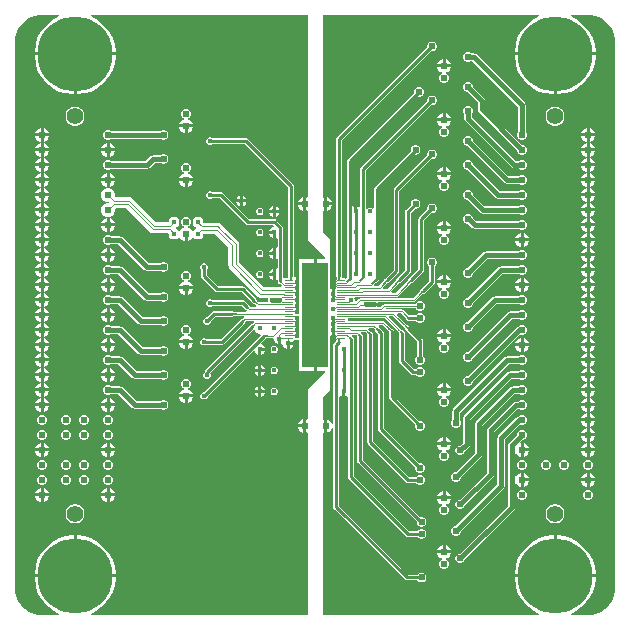
<source format=gtl>
G04*
G04 #@! TF.GenerationSoftware,Altium Limited,Altium Designer,21.6.4 (81)*
G04*
G04 Layer_Physical_Order=1*
G04 Layer_Color=255*
%FSLAX25Y25*%
%MOIN*%
G70*
G04*
G04 #@! TF.SameCoordinates,90030F59-7507-437C-A338-71E6985DC830*
G04*
G04*
G04 #@! TF.FilePolarity,Positive*
G04*
G01*
G75*
%ADD15C,0.02400*%
G04:AMPARAMS|DCode=17|XSize=24mil|YSize=4mil|CornerRadius=1mil|HoleSize=0mil|Usage=FLASHONLY|Rotation=0.000|XOffset=0mil|YOffset=0mil|HoleType=Round|Shape=RoundedRectangle|*
%AMROUNDEDRECTD17*
21,1,0.02400,0.00200,0,0,0.0*
21,1,0.02200,0.00400,0,0,0.0*
1,1,0.00200,0.01100,-0.00100*
1,1,0.00200,-0.01100,-0.00100*
1,1,0.00200,-0.01100,0.00100*
1,1,0.00200,0.01100,0.00100*
%
%ADD17ROUNDEDRECTD17*%
%ADD18R,0.08661X0.35158*%
%ADD19C,0.01000*%
%ADD20C,0.00400*%
%ADD21C,0.01600*%
%ADD22C,0.05512*%
%ADD23C,0.01600*%
%ADD24C,0.25000*%
G36*
X291000Y300000D02*
X291000Y300000D01*
X291886Y300000D01*
X293625Y299654D01*
X295263Y298976D01*
X296737Y297991D01*
X297991Y296737D01*
X298976Y295263D01*
X299654Y293625D01*
X300000Y291886D01*
X300000Y291000D01*
X300000Y109000D01*
X300000D01*
X300000Y108114D01*
X299654Y106375D01*
X298976Y104737D01*
X297991Y103263D01*
X296737Y102009D01*
X295263Y101024D01*
X293625Y100346D01*
X291886Y100000D01*
X291000Y100000D01*
X285260D01*
X285182Y100489D01*
X287075Y101454D01*
X288795Y102703D01*
X290297Y104205D01*
X291546Y105924D01*
X292511Y107818D01*
X293168Y109839D01*
X293500Y111937D01*
Y112500D01*
X266500D01*
Y111937D01*
X266832Y109839D01*
X267489Y107818D01*
X268454Y105924D01*
X269703Y104205D01*
X271205Y102703D01*
X272924Y101454D01*
X274818Y100489D01*
X274740Y100000D01*
X202500D01*
Y160583D01*
X202916Y160861D01*
X203000Y160826D01*
Y163000D01*
Y165174D01*
X202916Y165139D01*
X202500Y165417D01*
Y172500D01*
X205000Y175000D01*
Y193016D01*
X205416Y193294D01*
X205500Y193259D01*
Y195000D01*
X206500D01*
Y193259D01*
X206671Y193330D01*
X207015Y193168D01*
X207197Y193007D01*
X207283Y192800D01*
X207159Y192500D01*
Y192300D01*
X207317Y191917D01*
X207148Y191446D01*
X206351Y190649D01*
X206152Y190351D01*
X206082Y190000D01*
Y163821D01*
X205582Y163722D01*
X205365Y164246D01*
X204746Y164865D01*
X204000Y165174D01*
Y163000D01*
Y160826D01*
X204746Y161135D01*
X205365Y161754D01*
X205582Y162278D01*
X206082Y162179D01*
Y136000D01*
X206152Y135649D01*
X206351Y135351D01*
X229851Y111851D01*
X230149Y111652D01*
X230500Y111582D01*
X234155D01*
X234594Y111144D01*
X235182Y110900D01*
X235818D01*
X236406Y111144D01*
X236856Y111594D01*
X237100Y112182D01*
Y112818D01*
X236856Y113406D01*
X236406Y113856D01*
X235818Y114100D01*
X235182D01*
X234594Y113856D01*
X234155Y113418D01*
X230880D01*
X207918Y136380D01*
Y172830D01*
X208418Y173037D01*
X208480Y172974D01*
X209000Y172759D01*
Y174500D01*
X210000D01*
Y172759D01*
X210520Y172974D01*
X210582Y173037D01*
X211082Y172830D01*
Y146000D01*
X211152Y145649D01*
X211351Y145351D01*
X230351Y126351D01*
X230649Y126152D01*
X231000Y126082D01*
X234155D01*
X234594Y125644D01*
X235182Y125400D01*
X235818D01*
X236406Y125644D01*
X236856Y126094D01*
X237100Y126682D01*
Y127318D01*
X236856Y127906D01*
X236406Y128356D01*
X235818Y128600D01*
X235182D01*
X234594Y128356D01*
X234155Y127918D01*
X231380D01*
X212918Y146380D01*
Y192000D01*
X212848Y192351D01*
X212649Y192649D01*
X212351Y192848D01*
X212337Y192851D01*
X212386Y193351D01*
X213731D01*
X213870Y193211D01*
X213989Y193063D01*
X214030Y193004D01*
X214058Y192958D01*
X214070Y192933D01*
X214072Y192921D01*
X214078Y192912D01*
X214082Y192898D01*
Y151401D01*
X214152Y151050D01*
X214351Y150752D01*
X233900Y131204D01*
Y130682D01*
X234144Y130094D01*
X234594Y129644D01*
X235182Y129400D01*
X235818D01*
X236406Y129644D01*
X236856Y130094D01*
X237100Y130682D01*
Y131318D01*
X236856Y131906D01*
X236406Y132356D01*
X235818Y132600D01*
X235182D01*
X235123Y132576D01*
X215918Y151781D01*
Y193000D01*
X215848Y193351D01*
X215649Y193649D01*
X215351Y193848D01*
X215337Y193851D01*
X215386Y194351D01*
X216731D01*
X217237Y193844D01*
X217359Y193696D01*
X217403Y193635D01*
X217433Y193587D01*
X217442Y193569D01*
X217442Y193569D01*
X217444Y193566D01*
X217445Y193563D01*
X217453Y193540D01*
Y157629D01*
X217523Y157278D01*
X217722Y156980D01*
X230351Y144351D01*
X230649Y144152D01*
X231000Y144082D01*
X233655D01*
X234094Y143644D01*
X234682Y143400D01*
X235318D01*
X235906Y143644D01*
X236356Y144094D01*
X236600Y144682D01*
Y145318D01*
X236356Y145906D01*
X235906Y146356D01*
X235318Y146600D01*
X234682D01*
X234094Y146356D01*
X233655Y145918D01*
X231380D01*
X219288Y158009D01*
Y193629D01*
X219219Y193980D01*
X219020Y194278D01*
X218722Y194477D01*
X218491Y194523D01*
X218467Y194544D01*
X218437Y194555D01*
X218434Y194556D01*
X218431Y194558D01*
X218431Y194558D01*
X218413Y194567D01*
X218365Y194597D01*
X218309Y194637D01*
X218081Y194838D01*
X217668Y195251D01*
X217875Y195751D01*
X219331D01*
X219867Y195215D01*
X219988Y195067D01*
X220032Y195005D01*
X220062Y194958D01*
X220071Y194940D01*
X220071Y194939D01*
X220073Y194937D01*
X220074Y194934D01*
X220085Y194904D01*
X220106Y194880D01*
X220152Y194649D01*
X220351Y194351D01*
X221082Y193620D01*
Y162000D01*
X221152Y161649D01*
X221351Y161351D01*
X233400Y149302D01*
Y148682D01*
X233644Y148094D01*
X234094Y147644D01*
X234682Y147400D01*
X235318D01*
X235906Y147644D01*
X236356Y148094D01*
X236600Y148682D01*
Y149318D01*
X236356Y149906D01*
X235906Y150356D01*
X235318Y150600D01*
X234698D01*
X222918Y162380D01*
Y194000D01*
X222848Y194351D01*
X222649Y194649D01*
X221649Y195649D01*
X221351Y195848D01*
X221336Y195851D01*
X221199Y196051D01*
X221462Y196551D01*
X222531D01*
X224367Y194715D01*
X224488Y194567D01*
X224532Y194505D01*
X224562Y194458D01*
X224571Y194440D01*
X224571Y194439D01*
X224573Y194437D01*
X224574Y194434D01*
X224582Y194411D01*
Y172500D01*
X224652Y172149D01*
X224851Y171851D01*
X233400Y163302D01*
Y162682D01*
X233644Y162094D01*
X234094Y161644D01*
X234682Y161400D01*
X235318D01*
X235906Y161644D01*
X236356Y162094D01*
X236600Y162682D01*
Y163318D01*
X236356Y163906D01*
X235906Y164356D01*
X235318Y164600D01*
X234698D01*
X226418Y172880D01*
Y194500D01*
X226348Y194851D01*
X226149Y195149D01*
X225851Y195348D01*
X225620Y195394D01*
X225596Y195415D01*
X225566Y195426D01*
X225563Y195427D01*
X225560Y195429D01*
X225560Y195429D01*
X225542Y195438D01*
X225495Y195467D01*
X225439Y195508D01*
X225210Y195708D01*
X223259Y197659D01*
X222800Y197849D01*
X211063D01*
X211021Y197900D01*
Y198100D01*
X210962Y198400D01*
X211021Y198700D01*
Y198900D01*
X211063Y198951D01*
X223131D01*
X227867Y194215D01*
X227988Y194067D01*
X228032Y194005D01*
X228062Y193958D01*
X228071Y193940D01*
X228071Y193939D01*
X228073Y193937D01*
X228074Y193934D01*
X228082Y193911D01*
Y184500D01*
X228152Y184149D01*
X228351Y183851D01*
X231851Y180351D01*
X232149Y180152D01*
X232500Y180082D01*
X233655D01*
X234094Y179644D01*
X234682Y179400D01*
X235318D01*
X235906Y179644D01*
X236356Y180094D01*
X236600Y180682D01*
Y181318D01*
X236356Y181906D01*
X235906Y182356D01*
X235318Y182600D01*
X234682D01*
X234094Y182356D01*
X233655Y181918D01*
X232880D01*
X229918Y184880D01*
Y194000D01*
X229848Y194351D01*
X229649Y194649D01*
X229351Y194848D01*
X229120Y194894D01*
X229097Y194915D01*
X229066Y194926D01*
X229063Y194927D01*
X229061Y194929D01*
X229060Y194929D01*
X229042Y194938D01*
X228995Y194967D01*
X228939Y195008D01*
X228710Y195208D01*
X224630Y199289D01*
X224821Y199751D01*
X225831D01*
X229867Y195715D01*
X229988Y195567D01*
X230032Y195505D01*
X230062Y195458D01*
X230071Y195440D01*
X230071Y195440D01*
X230073Y195437D01*
X230074Y195434D01*
X230085Y195404D01*
X230106Y195380D01*
X230152Y195149D01*
X230351Y194851D01*
X234082Y191120D01*
Y186345D01*
X233644Y185906D01*
X233400Y185318D01*
Y184682D01*
X233644Y184094D01*
X234094Y183644D01*
X234682Y183400D01*
X235318D01*
X235906Y183644D01*
X236356Y184094D01*
X236600Y184682D01*
Y185318D01*
X236356Y185906D01*
X235918Y186345D01*
Y191500D01*
X235848Y191851D01*
X235649Y192149D01*
X231649Y196149D01*
X231351Y196348D01*
X231120Y196394D01*
X231097Y196415D01*
X231066Y196426D01*
X231063Y196427D01*
X231061Y196429D01*
X231060Y196429D01*
X231042Y196438D01*
X230995Y196467D01*
X230939Y196508D01*
X230710Y196708D01*
X227330Y200089D01*
X227521Y200551D01*
X228681D01*
X230016Y199215D01*
X230138Y199067D01*
X230182Y199005D01*
X230212Y198958D01*
X230221Y198940D01*
X230221Y198940D01*
X230223Y198937D01*
X230224Y198934D01*
X230235Y198904D01*
X230256Y198880D01*
X230302Y198649D01*
X230501Y198351D01*
X230799Y198152D01*
X231150Y198082D01*
X233655D01*
X234094Y197644D01*
X234682Y197400D01*
X235318D01*
X235906Y197644D01*
X236356Y198094D01*
X236600Y198682D01*
Y199318D01*
X236356Y199906D01*
X235906Y200356D01*
X235318Y200600D01*
X234682D01*
X234094Y200356D01*
X233655Y199918D01*
X231239D01*
X231216Y199926D01*
X231213Y199927D01*
X231210Y199929D01*
X231209Y199929D01*
X231191Y199938D01*
X231144Y199968D01*
X231088Y200008D01*
X230860Y200208D01*
X229409Y201659D01*
X228950Y201849D01*
X224021D01*
X223754Y202349D01*
X223755Y202351D01*
X233537D01*
X233644Y202094D01*
X234094Y201644D01*
X234682Y201400D01*
X235318D01*
X235906Y201644D01*
X236356Y202094D01*
X236600Y202682D01*
Y203318D01*
X236356Y203906D01*
X235906Y204356D01*
X235318Y204600D01*
X234682D01*
X234094Y204356D01*
X233644Y203906D01*
X233537Y203649D01*
X223000D01*
X222541Y203459D01*
X221731Y202649D01*
X220988D01*
X220951Y202674D01*
X220862Y202773D01*
X220654Y203150D01*
X220654Y203150D01*
X220700Y203261D01*
Y203382D01*
X220724Y203500D01*
X220700Y203618D01*
Y203739D01*
X220654Y203850D01*
X220654Y203851D01*
X220862Y204227D01*
X220951Y204326D01*
X220988Y204351D01*
X233000D01*
X233459Y204541D01*
X235785Y206867D01*
X235933Y206988D01*
X235995Y207032D01*
X236042Y207062D01*
X236060Y207071D01*
X236061Y207071D01*
X236063Y207073D01*
X236066Y207074D01*
X236097Y207085D01*
X236120Y207106D01*
X236351Y207152D01*
X236649Y207351D01*
X239649Y210351D01*
X239848Y210649D01*
X239918Y211000D01*
Y216155D01*
X240356Y216594D01*
X240600Y217182D01*
Y217818D01*
X240356Y218406D01*
X239906Y218856D01*
X239318Y219100D01*
X238682D01*
X238094Y218856D01*
X237644Y218406D01*
X237400Y217818D01*
Y217182D01*
X237644Y216594D01*
X238082Y216155D01*
Y211380D01*
X235351Y208649D01*
X235152Y208351D01*
X235106Y208120D01*
X235085Y208097D01*
X235074Y208066D01*
X235073Y208063D01*
X235071Y208061D01*
X235071Y208060D01*
X235062Y208042D01*
X235033Y207995D01*
X234992Y207939D01*
X234792Y207710D01*
X232731Y205649D01*
X215000D01*
X214541Y205459D01*
X213662Y204580D01*
X213369Y204695D01*
X213200Y204826D01*
Y205239D01*
X213017Y205680D01*
X213254Y206151D01*
X227300D01*
X227759Y206341D01*
X231785Y210367D01*
X231933Y210488D01*
X231995Y210532D01*
X232042Y210562D01*
X232060Y210571D01*
X232061Y210571D01*
X232063Y210573D01*
X232066Y210574D01*
X232097Y210585D01*
X232120Y210606D01*
X232351Y210652D01*
X232649Y210851D01*
X236015Y214217D01*
X236214Y214515D01*
X236284Y214866D01*
Y231486D01*
X238698Y233900D01*
X239318D01*
X239906Y234144D01*
X240356Y234594D01*
X240600Y235182D01*
Y235818D01*
X240356Y236406D01*
X239906Y236856D01*
X239318Y237100D01*
X238682D01*
X238094Y236856D01*
X237644Y236406D01*
X237400Y235818D01*
Y235198D01*
X234717Y232515D01*
X234518Y232217D01*
X234448Y231866D01*
Y215246D01*
X231351Y212149D01*
X231152Y211851D01*
X231106Y211620D01*
X231085Y211596D01*
X231074Y211566D01*
X231073Y211563D01*
X231071Y211561D01*
X231071Y211560D01*
X231062Y211542D01*
X231032Y211495D01*
X230992Y211439D01*
X230792Y211210D01*
X227031Y207449D01*
X225575D01*
X225368Y207949D01*
X227785Y210367D01*
X227933Y210488D01*
X227994Y210532D01*
X228042Y210562D01*
X228060Y210571D01*
X228061Y210571D01*
X228063Y210573D01*
X228066Y210574D01*
X228097Y210585D01*
X228120Y210606D01*
X228351Y210652D01*
X228649Y210851D01*
X231649Y213851D01*
X231848Y214149D01*
X231918Y214500D01*
Y234120D01*
X233198Y235400D01*
X233818D01*
X234406Y235644D01*
X234856Y236094D01*
X235100Y236682D01*
Y237318D01*
X234856Y237906D01*
X234406Y238356D01*
X233818Y238600D01*
X233182D01*
X232594Y238356D01*
X232144Y237906D01*
X231900Y237318D01*
Y236698D01*
X230351Y235149D01*
X230152Y234851D01*
X230082Y234500D01*
Y214880D01*
X227351Y212149D01*
X227152Y211851D01*
X227106Y211620D01*
X227085Y211596D01*
X227074Y211566D01*
X227073Y211563D01*
X227071Y211561D01*
X227071Y211560D01*
X227062Y211542D01*
X227032Y211495D01*
X226992Y211439D01*
X226792Y211210D01*
X224231Y208649D01*
X222721D01*
X222530Y209111D01*
X223785Y210367D01*
X223933Y210488D01*
X223994Y210532D01*
X224042Y210562D01*
X224060Y210571D01*
X224061Y210571D01*
X224063Y210573D01*
X224066Y210574D01*
X224096Y210585D01*
X224120Y210606D01*
X224351Y210652D01*
X224649Y210851D01*
X227749Y213951D01*
X227948Y214249D01*
X228018Y214600D01*
Y241220D01*
X238698Y251900D01*
X239318D01*
X239906Y252144D01*
X240356Y252594D01*
X240600Y253182D01*
Y253818D01*
X240356Y254406D01*
X239906Y254856D01*
X239318Y255100D01*
X238682D01*
X238094Y254856D01*
X237644Y254406D01*
X237400Y253818D01*
Y253198D01*
X226451Y242249D01*
X226252Y241951D01*
X226182Y241600D01*
Y214980D01*
X223351Y212149D01*
X223152Y211851D01*
X223106Y211620D01*
X223085Y211596D01*
X223074Y211566D01*
X223073Y211563D01*
X223071Y211561D01*
X223071Y211560D01*
X223062Y211542D01*
X223032Y211495D01*
X222992Y211439D01*
X222792Y211210D01*
X221231Y209649D01*
X219721D01*
X219530Y210111D01*
X219785Y210367D01*
X219933Y210488D01*
X219994Y210532D01*
X220042Y210562D01*
X220060Y210571D01*
X220060Y210571D01*
X220063Y210573D01*
X220066Y210574D01*
X220096Y210585D01*
X220120Y210606D01*
X220351Y210652D01*
X220649Y210851D01*
X221149Y211351D01*
X221348Y211649D01*
X221418Y212000D01*
Y241620D01*
X233198Y253400D01*
X233818D01*
X234406Y253644D01*
X234856Y254094D01*
X235100Y254682D01*
Y255318D01*
X234856Y255906D01*
X234406Y256356D01*
X233818Y256600D01*
X233182D01*
X232594Y256356D01*
X232144Y255906D01*
X231900Y255318D01*
Y254698D01*
X219851Y242649D01*
X219652Y242351D01*
X219582Y242000D01*
Y235693D01*
X219082Y235486D01*
X219051Y235517D01*
X218609Y235700D01*
X218132D01*
X217691Y235517D01*
X217418Y235244D01*
X217115Y235299D01*
X216918Y235397D01*
Y248120D01*
X238698Y269900D01*
X239318D01*
X239906Y270144D01*
X240356Y270594D01*
X240600Y271182D01*
Y271818D01*
X240356Y272406D01*
X239906Y272856D01*
X239318Y273100D01*
X238682D01*
X238094Y272856D01*
X237644Y272406D01*
X237400Y271818D01*
Y271198D01*
X215351Y249149D01*
X215152Y248851D01*
X215082Y248500D01*
Y236246D01*
X214582Y236053D01*
X214129Y236241D01*
Y234500D01*
X213129D01*
Y236241D01*
X212918Y236154D01*
X212418Y236487D01*
Y250838D01*
X234380Y272800D01*
X235000D01*
X235588Y273044D01*
X236038Y273494D01*
X236282Y274082D01*
Y274718D01*
X236038Y275306D01*
X235588Y275756D01*
X235000Y276000D01*
X234364D01*
X233775Y275756D01*
X233325Y275306D01*
X233082Y274718D01*
Y274098D01*
X210851Y251867D01*
X210652Y251569D01*
X210582Y251218D01*
Y212436D01*
X210101Y212160D01*
X210097Y212160D01*
X209900Y212241D01*
X209180D01*
X209176Y212242D01*
X209044Y212406D01*
X208866Y212741D01*
X208918Y213000D01*
Y258120D01*
X238698Y287900D01*
X239318D01*
X239906Y288144D01*
X240356Y288594D01*
X240600Y289182D01*
Y289818D01*
X240356Y290406D01*
X239906Y290856D01*
X239318Y291100D01*
X238682D01*
X238094Y290856D01*
X237644Y290406D01*
X237400Y289818D01*
Y289198D01*
X207351Y259149D01*
X207152Y258851D01*
X207082Y258500D01*
Y213000D01*
X207152Y212649D01*
X207215Y212554D01*
X207317Y212083D01*
X207159Y211700D01*
Y211500D01*
X207283Y211200D01*
X207159Y210900D01*
Y210700D01*
X207283Y210400D01*
X207159Y210100D01*
Y209900D01*
X207283Y209600D01*
X207159Y209300D01*
Y209100D01*
X206846Y208695D01*
X206697Y208660D01*
X206500Y208741D01*
Y207000D01*
X205500D01*
Y208741D01*
X205416Y208706D01*
X205000Y208984D01*
Y225000D01*
X202500Y227500D01*
Y234583D01*
X202916Y234861D01*
X203000Y234826D01*
Y237000D01*
Y239174D01*
X202916Y239139D01*
X202500Y239417D01*
Y300000D01*
X274740D01*
X274818Y299511D01*
X272924Y298546D01*
X271205Y297297D01*
X269703Y295795D01*
X268454Y294075D01*
X267489Y292182D01*
X266832Y290161D01*
X266500Y288063D01*
Y287500D01*
X293500D01*
Y288063D01*
X293168Y290161D01*
X292511Y292182D01*
X291546Y294075D01*
X290297Y295795D01*
X288795Y297297D01*
X287075Y298546D01*
X285182Y299511D01*
X285260Y300000D01*
X291000D01*
X291000Y300000D01*
D02*
G37*
G36*
X197500Y239417D02*
X197084Y239139D01*
X197000Y239174D01*
Y237000D01*
Y234826D01*
X197084Y234861D01*
X197500Y234583D01*
Y225000D01*
X203459Y219041D01*
X203268Y218579D01*
X200500D01*
Y200000D01*
Y181421D01*
X203268D01*
X203459Y180959D01*
X197500Y175000D01*
Y165417D01*
X197084Y165139D01*
X197000Y165174D01*
Y163000D01*
Y160826D01*
X197084Y160861D01*
X197500Y160583D01*
Y100000D01*
X125260D01*
X125182Y100489D01*
X127076Y101454D01*
X128795Y102703D01*
X130297Y104205D01*
X131546Y105924D01*
X132511Y107818D01*
X133168Y109839D01*
X133500Y111937D01*
Y112500D01*
X106500D01*
Y111937D01*
X106832Y109839D01*
X107489Y107818D01*
X108454Y105924D01*
X109703Y104205D01*
X111205Y102703D01*
X112925Y101454D01*
X114818Y100489D01*
X114740Y100000D01*
X109000D01*
X108114Y100000D01*
X106375Y100346D01*
X104737Y101024D01*
X103263Y102009D01*
X102009Y103263D01*
X101024Y104737D01*
X100346Y106375D01*
X100000Y108114D01*
X100000Y109000D01*
Y291000D01*
X100000Y291886D01*
X100346Y293625D01*
X101024Y295263D01*
X102009Y296737D01*
X103263Y297991D01*
X104737Y298976D01*
X106375Y299654D01*
X108114Y300000D01*
X109000Y300000D01*
X114740D01*
X114818Y299511D01*
X112925Y298546D01*
X111205Y297297D01*
X109703Y295795D01*
X108454Y294075D01*
X107489Y292182D01*
X106832Y290161D01*
X106500Y288063D01*
Y287500D01*
X133500D01*
Y288063D01*
X133168Y290161D01*
X132511Y292182D01*
X131546Y294075D01*
X130297Y295795D01*
X128795Y297297D01*
X127076Y298546D01*
X125182Y299511D01*
X125260Y300000D01*
X197500Y300000D01*
Y239417D01*
D02*
G37*
G36*
X208334Y212616D02*
X208306Y212560D01*
X208281Y212489D01*
X208260Y212404D01*
X208241Y212305D01*
X208215Y212066D01*
X208202Y211769D01*
X208200Y211600D01*
X207800D01*
X207798Y211769D01*
X207759Y212305D01*
X207740Y212404D01*
X207719Y212489D01*
X207694Y212560D01*
X207666Y212616D01*
X207635Y212659D01*
X208365D01*
X208334Y212616D01*
D02*
G37*
G36*
X216000Y212000D02*
X215952Y211993D01*
X215895Y211973D01*
X215829Y211939D01*
X215754Y211892D01*
X215669Y211832D01*
X215473Y211670D01*
X215240Y211455D01*
X215110Y211327D01*
X214827Y211610D01*
X214955Y211740D01*
X215332Y212169D01*
X215392Y212253D01*
X215439Y212329D01*
X215473Y212395D01*
X215493Y212452D01*
X215500Y212500D01*
X216000Y212000D01*
D02*
G37*
G36*
X211500Y211610D02*
X211452Y211603D01*
X211395Y211583D01*
X211329Y211549D01*
X211253Y211502D01*
X211169Y211442D01*
X210973Y211280D01*
X210740Y211065D01*
X210610Y210938D01*
X210327Y211220D01*
X210455Y211350D01*
X210832Y211779D01*
X210892Y211863D01*
X210939Y211939D01*
X210973Y212005D01*
X210993Y212062D01*
X211000Y212110D01*
X211500Y211610D01*
D02*
G37*
G36*
X232000Y211000D02*
X231952Y210993D01*
X231895Y210973D01*
X231829Y210939D01*
X231753Y210892D01*
X231669Y210832D01*
X231473Y210670D01*
X231240Y210455D01*
X231110Y210327D01*
X230827Y210610D01*
X230955Y210740D01*
X231332Y211169D01*
X231392Y211253D01*
X231439Y211329D01*
X231473Y211395D01*
X231493Y211452D01*
X231500Y211500D01*
X232000Y211000D01*
D02*
G37*
G36*
X228000D02*
X227952Y210993D01*
X227895Y210973D01*
X227829Y210939D01*
X227753Y210892D01*
X227669Y210832D01*
X227473Y210670D01*
X227240Y210455D01*
X227110Y210327D01*
X226827Y210610D01*
X226955Y210740D01*
X227332Y211169D01*
X227392Y211253D01*
X227439Y211329D01*
X227473Y211395D01*
X227493Y211452D01*
X227500Y211500D01*
X228000Y211000D01*
D02*
G37*
G36*
X224000D02*
X223952Y210993D01*
X223895Y210973D01*
X223829Y210939D01*
X223753Y210892D01*
X223669Y210832D01*
X223473Y210670D01*
X223240Y210455D01*
X223110Y210327D01*
X222827Y210610D01*
X222955Y210740D01*
X223332Y211169D01*
X223392Y211253D01*
X223439Y211329D01*
X223473Y211395D01*
X223493Y211452D01*
X223500Y211500D01*
X224000Y211000D01*
D02*
G37*
G36*
X220000D02*
X219952Y210993D01*
X219895Y210973D01*
X219829Y210939D01*
X219754Y210892D01*
X219669Y210832D01*
X219473Y210670D01*
X219240Y210455D01*
X219110Y210327D01*
X218827Y210610D01*
X218955Y210740D01*
X219332Y211169D01*
X219392Y211253D01*
X219439Y211329D01*
X219473Y211395D01*
X219493Y211452D01*
X219500Y211500D01*
X220000Y211000D01*
D02*
G37*
G36*
X236000Y207500D02*
X235952Y207493D01*
X235895Y207473D01*
X235829Y207439D01*
X235753Y207392D01*
X235669Y207332D01*
X235473Y207170D01*
X235240Y206955D01*
X235110Y206827D01*
X234827Y207110D01*
X234955Y207240D01*
X235332Y207669D01*
X235392Y207753D01*
X235439Y207829D01*
X235473Y207895D01*
X235493Y207952D01*
X235500Y208000D01*
X236000Y207500D01*
D02*
G37*
G36*
X230390Y200045D02*
X230819Y199668D01*
X230903Y199608D01*
X230978Y199561D01*
X231045Y199527D01*
X231102Y199507D01*
X231150Y199500D01*
X230650Y199000D01*
X230643Y199048D01*
X230623Y199105D01*
X230589Y199171D01*
X230542Y199247D01*
X230481Y199331D01*
X230320Y199527D01*
X230105Y199760D01*
X229977Y199890D01*
X230260Y200173D01*
X230390Y200045D01*
D02*
G37*
G36*
X230240Y196545D02*
X230669Y196168D01*
X230753Y196108D01*
X230829Y196061D01*
X230895Y196027D01*
X230952Y196007D01*
X231000Y196000D01*
X230500Y195500D01*
X230493Y195548D01*
X230473Y195605D01*
X230439Y195671D01*
X230392Y195747D01*
X230332Y195831D01*
X230170Y196027D01*
X229955Y196260D01*
X229827Y196390D01*
X230110Y196673D01*
X230240Y196545D01*
D02*
G37*
G36*
X220240Y196045D02*
X220669Y195668D01*
X220754Y195608D01*
X220829Y195561D01*
X220895Y195527D01*
X220952Y195507D01*
X221000Y195500D01*
X220500Y195000D01*
X220493Y195048D01*
X220473Y195105D01*
X220439Y195171D01*
X220392Y195247D01*
X220332Y195331D01*
X220170Y195527D01*
X219955Y195760D01*
X219827Y195890D01*
X220110Y196173D01*
X220240Y196045D01*
D02*
G37*
G36*
X224740Y195545D02*
X225169Y195168D01*
X225254Y195108D01*
X225329Y195061D01*
X225395Y195027D01*
X225452Y195007D01*
X225500Y195000D01*
X225000Y194500D01*
X224993Y194548D01*
X224973Y194605D01*
X224939Y194671D01*
X224892Y194746D01*
X224832Y194831D01*
X224670Y195027D01*
X224455Y195260D01*
X224327Y195390D01*
X224610Y195673D01*
X224740Y195545D01*
D02*
G37*
G36*
X228240Y195045D02*
X228669Y194668D01*
X228753Y194608D01*
X228829Y194561D01*
X228895Y194527D01*
X228952Y194507D01*
X229000Y194500D01*
X228500Y194000D01*
X228493Y194048D01*
X228473Y194105D01*
X228439Y194171D01*
X228392Y194246D01*
X228332Y194331D01*
X228170Y194527D01*
X227955Y194760D01*
X227827Y194890D01*
X228110Y195173D01*
X228240Y195045D01*
D02*
G37*
G36*
X217611Y194674D02*
X218040Y194297D01*
X218124Y194237D01*
X218200Y194190D01*
X218266Y194156D01*
X218323Y194136D01*
X218371Y194129D01*
X217871Y193629D01*
X217864Y193677D01*
X217844Y193734D01*
X217810Y193800D01*
X217763Y193876D01*
X217703Y193960D01*
X217541Y194156D01*
X217326Y194389D01*
X217198Y194519D01*
X217481Y194802D01*
X217611Y194674D01*
D02*
G37*
G36*
X214264Y194021D02*
X214677Y193664D01*
X214760Y193606D01*
X214836Y193561D01*
X214903Y193528D01*
X214963Y193508D01*
X215015Y193500D01*
X214500Y192985D01*
X214493Y193037D01*
X214472Y193097D01*
X214440Y193164D01*
X214394Y193240D01*
X214336Y193323D01*
X214183Y193513D01*
X213979Y193736D01*
X213859Y193859D01*
X214141Y194141D01*
X214264Y194021D01*
D02*
G37*
G36*
X211240Y193045D02*
X211669Y192668D01*
X211754Y192608D01*
X211829Y192561D01*
X211895Y192527D01*
X211952Y192507D01*
X212000Y192500D01*
X211500Y192000D01*
X211493Y192048D01*
X211473Y192105D01*
X211439Y192171D01*
X211392Y192246D01*
X211332Y192331D01*
X211170Y192527D01*
X210955Y192760D01*
X210827Y192890D01*
X211110Y193173D01*
X211240Y193045D01*
D02*
G37*
G36*
X208202Y192231D02*
X208241Y191694D01*
X208260Y191596D01*
X208281Y191511D01*
X208306Y191440D01*
X208334Y191384D01*
X208365Y191341D01*
X207635D01*
X207666Y191384D01*
X207694Y191440D01*
X207719Y191511D01*
X207740Y191596D01*
X207759Y191694D01*
X207785Y191934D01*
X207798Y192231D01*
X207800Y192400D01*
X208200D01*
X208202Y192231D01*
D02*
G37*
%LPC*%
G36*
X243500Y285174D02*
Y283500D01*
X245174D01*
X244865Y284246D01*
X244246Y284865D01*
X243500Y285174D01*
D02*
G37*
G36*
X242500D02*
X241754Y284865D01*
X241135Y284246D01*
X240826Y283500D01*
X242500D01*
Y285174D01*
D02*
G37*
G36*
X245174Y282500D02*
X240826D01*
X241135Y281754D01*
X241754Y281135D01*
X242210Y280946D01*
X242210Y280405D01*
X242094Y280356D01*
X241644Y279906D01*
X241400Y279318D01*
Y278682D01*
X241644Y278094D01*
X242094Y277644D01*
X242682Y277400D01*
X243318D01*
X243906Y277644D01*
X244356Y278094D01*
X244600Y278682D01*
Y279318D01*
X244356Y279906D01*
X243906Y280356D01*
X243790Y280405D01*
X243790Y280946D01*
X244246Y281135D01*
X244865Y281754D01*
X245174Y282500D01*
D02*
G37*
G36*
X293500Y286500D02*
X280500D01*
Y273500D01*
X281063D01*
X283161Y273832D01*
X285182Y274489D01*
X287075Y275454D01*
X288795Y276703D01*
X290297Y278205D01*
X291546Y279925D01*
X292511Y281818D01*
X293168Y283839D01*
X293500Y285938D01*
Y286500D01*
D02*
G37*
G36*
X279500D02*
X266500D01*
Y285938D01*
X266832Y283839D01*
X267489Y281818D01*
X268454Y279925D01*
X269703Y278205D01*
X271205Y276703D01*
X272924Y275454D01*
X274818Y274489D01*
X276839Y273832D01*
X278938Y273500D01*
X279500D01*
Y286500D01*
D02*
G37*
G36*
X243500Y267174D02*
Y265500D01*
X245174D01*
X244865Y266246D01*
X244246Y266865D01*
X243500Y267174D01*
D02*
G37*
G36*
X242500D02*
X241754Y266865D01*
X241135Y266246D01*
X240826Y265500D01*
X242500D01*
Y267174D01*
D02*
G37*
G36*
X280416Y269408D02*
X279585D01*
X278782Y269193D01*
X278062Y268777D01*
X277475Y268190D01*
X277059Y267470D01*
X276844Y266668D01*
Y265837D01*
X277059Y265034D01*
X277475Y264314D01*
X278062Y263727D01*
X278782Y263311D01*
X279585Y263096D01*
X280416D01*
X281218Y263311D01*
X281938Y263727D01*
X282525Y264314D01*
X282941Y265034D01*
X283156Y265837D01*
Y266668D01*
X282941Y267470D01*
X282525Y268190D01*
X281938Y268777D01*
X281218Y269193D01*
X280416Y269408D01*
D02*
G37*
G36*
X291500Y262174D02*
Y260500D01*
X293174D01*
X292865Y261246D01*
X292246Y261865D01*
X291500Y262174D01*
D02*
G37*
G36*
X290500D02*
X289754Y261865D01*
X289135Y261246D01*
X288826Y260500D01*
X290500D01*
Y262174D01*
D02*
G37*
G36*
X245174Y264500D02*
X240826D01*
X241135Y263754D01*
X241754Y263135D01*
X242210Y262946D01*
X242210Y262405D01*
X242094Y262356D01*
X241644Y261906D01*
X241400Y261318D01*
Y260682D01*
X241644Y260094D01*
X242094Y259644D01*
X242682Y259400D01*
X243318D01*
X243906Y259644D01*
X244356Y260094D01*
X244600Y260682D01*
Y261318D01*
X244356Y261906D01*
X243906Y262356D01*
X243790Y262405D01*
X243790Y262946D01*
X244246Y263135D01*
X244865Y263754D01*
X245174Y264500D01*
D02*
G37*
G36*
X251318Y287600D02*
X250682D01*
X250094Y287356D01*
X249644Y286906D01*
X249400Y286318D01*
Y285682D01*
X249644Y285094D01*
X250094Y284644D01*
X250682Y284400D01*
X251318D01*
X251906Y284644D01*
X252039Y284776D01*
X252493D01*
X267776Y269493D01*
Y261039D01*
X267644Y260906D01*
X267400Y260318D01*
Y259682D01*
X267644Y259094D01*
X268094Y258644D01*
X268682Y258400D01*
X269318D01*
X269906Y258644D01*
X270356Y259094D01*
X270600Y259682D01*
Y260318D01*
X270356Y260906D01*
X270223Y261039D01*
Y270000D01*
X270130Y270468D01*
X269865Y270865D01*
X253865Y286865D01*
X253468Y287130D01*
X253000Y287224D01*
X252039D01*
X251906Y287356D01*
X251318Y287600D01*
D02*
G37*
G36*
X293174Y259500D02*
X291500D01*
Y257826D01*
X292246Y258135D01*
X292865Y258754D01*
X293174Y259500D01*
D02*
G37*
G36*
X290500D02*
X288826D01*
X289135Y258754D01*
X289754Y258135D01*
X290500Y257826D01*
Y259500D01*
D02*
G37*
G36*
X291500Y257174D02*
Y255500D01*
X293174D01*
X292865Y256246D01*
X292246Y256865D01*
X291500Y257174D01*
D02*
G37*
G36*
X290500D02*
X289754Y256865D01*
X289135Y256246D01*
X288826Y255500D01*
X290500D01*
Y257174D01*
D02*
G37*
G36*
X251318Y277561D02*
X250682D01*
X250094Y277317D01*
X249644Y276867D01*
X249400Y276279D01*
Y275642D01*
X249644Y275054D01*
X250094Y274604D01*
X250682Y274361D01*
X250870D01*
X254276Y270954D01*
Y268500D01*
X254370Y268032D01*
X254635Y267635D01*
X267400Y254870D01*
Y254682D01*
X267644Y254094D01*
X268094Y253644D01*
X268682Y253400D01*
X269318D01*
X269906Y253644D01*
X270356Y254094D01*
X270600Y254682D01*
Y255318D01*
X270356Y255906D01*
X269906Y256356D01*
X269318Y256600D01*
X269130D01*
X256723Y269007D01*
Y271461D01*
X256630Y271929D01*
X256365Y272326D01*
X252600Y276091D01*
Y276279D01*
X252356Y276867D01*
X251906Y277317D01*
X251318Y277561D01*
D02*
G37*
G36*
X293174Y254500D02*
X291500D01*
Y252826D01*
X292246Y253135D01*
X292865Y253754D01*
X293174Y254500D01*
D02*
G37*
G36*
X290500D02*
X288826D01*
X289135Y253754D01*
X289754Y253135D01*
X290500Y252826D01*
Y254500D01*
D02*
G37*
G36*
X291500Y252174D02*
Y250500D01*
X293174D01*
X292865Y251246D01*
X292246Y251865D01*
X291500Y252174D01*
D02*
G37*
G36*
X290500D02*
X289754Y251865D01*
X289135Y251246D01*
X288826Y250500D01*
X290500D01*
Y252174D01*
D02*
G37*
G36*
X251338Y269580D02*
X250701D01*
X250113Y269337D01*
X249663Y268887D01*
X249420Y268299D01*
Y267662D01*
X249663Y267074D01*
X249796Y266941D01*
Y265480D01*
X249889Y265012D01*
X250154Y264615D01*
X265535Y249235D01*
X265932Y248970D01*
X266400Y248877D01*
X267861D01*
X268094Y248644D01*
X268682Y248400D01*
X269318D01*
X269906Y248644D01*
X270356Y249094D01*
X270600Y249682D01*
Y250318D01*
X270356Y250906D01*
X269906Y251356D01*
X269318Y251600D01*
X268682D01*
X268094Y251356D01*
X268061Y251324D01*
X266907D01*
X252243Y265987D01*
Y266941D01*
X252376Y267074D01*
X252620Y267662D01*
Y268299D01*
X252376Y268887D01*
X251926Y269337D01*
X251338Y269580D01*
D02*
G37*
G36*
X293174Y249500D02*
X291500D01*
Y247826D01*
X292246Y248135D01*
X292865Y248754D01*
X293174Y249500D01*
D02*
G37*
G36*
X290500D02*
X288826D01*
X289135Y248754D01*
X289754Y248135D01*
X290500Y247826D01*
Y249500D01*
D02*
G37*
G36*
X243500Y249174D02*
Y247500D01*
X245174D01*
X244865Y248246D01*
X244246Y248865D01*
X243500Y249174D01*
D02*
G37*
G36*
X242500D02*
X241754Y248865D01*
X241135Y248246D01*
X240826Y247500D01*
X242500D01*
Y249174D01*
D02*
G37*
G36*
X291500Y247174D02*
Y245500D01*
X293174D01*
X292865Y246246D01*
X292246Y246865D01*
X291500Y247174D01*
D02*
G37*
G36*
X290500D02*
X289754Y246865D01*
X289135Y246246D01*
X288826Y245500D01*
X290500D01*
Y247174D01*
D02*
G37*
G36*
X251318Y259561D02*
X250682D01*
X250094Y259317D01*
X249644Y258867D01*
X249400Y258279D01*
Y257642D01*
X249644Y257054D01*
X250094Y256604D01*
X250682Y256361D01*
X250870D01*
X263095Y244135D01*
X263492Y243870D01*
X263961Y243776D01*
X267961D01*
X268094Y243644D01*
X268682Y243400D01*
X269318D01*
X269906Y243644D01*
X270356Y244094D01*
X270600Y244682D01*
Y245318D01*
X270356Y245906D01*
X269906Y246356D01*
X269318Y246600D01*
X268682D01*
X268094Y246356D01*
X267961Y246223D01*
X264467D01*
X252600Y258091D01*
Y258279D01*
X252356Y258867D01*
X251906Y259317D01*
X251318Y259561D01*
D02*
G37*
G36*
X293174Y244500D02*
X291500D01*
Y242826D01*
X292246Y243135D01*
X292865Y243754D01*
X293174Y244500D01*
D02*
G37*
G36*
X290500D02*
X288826D01*
X289135Y243754D01*
X289754Y243135D01*
X290500Y242826D01*
Y244500D01*
D02*
G37*
G36*
X245174Y246500D02*
X240826D01*
X241135Y245754D01*
X241754Y245135D01*
X242210Y244946D01*
X242210Y244405D01*
X242094Y244356D01*
X241644Y243906D01*
X241400Y243318D01*
Y242682D01*
X241644Y242094D01*
X242094Y241644D01*
X242682Y241400D01*
X243318D01*
X243906Y241644D01*
X244356Y242094D01*
X244600Y242682D01*
Y243318D01*
X244356Y243906D01*
X243906Y244356D01*
X243790Y244405D01*
X243790Y244946D01*
X244246Y245135D01*
X244865Y245754D01*
X245174Y246500D01*
D02*
G37*
G36*
X291500Y242174D02*
Y240500D01*
X293174D01*
X292865Y241246D01*
X292246Y241865D01*
X291500Y242174D01*
D02*
G37*
G36*
X290500D02*
X289754Y241865D01*
X289135Y241246D01*
X288826Y240500D01*
X290500D01*
Y242174D01*
D02*
G37*
G36*
X251318Y251600D02*
X250682D01*
X250094Y251356D01*
X249644Y250906D01*
X249400Y250318D01*
Y249682D01*
X249644Y249094D01*
X250094Y248644D01*
X250682Y248400D01*
X250870D01*
X260135Y239135D01*
X260532Y238870D01*
X261000Y238776D01*
X267961D01*
X268094Y238644D01*
X268682Y238400D01*
X269318D01*
X269906Y238644D01*
X270356Y239094D01*
X270600Y239682D01*
Y240318D01*
X270356Y240906D01*
X269906Y241356D01*
X269318Y241600D01*
X268682D01*
X268094Y241356D01*
X267961Y241224D01*
X261507D01*
X252600Y250130D01*
Y250318D01*
X252356Y250906D01*
X251906Y251356D01*
X251318Y251600D01*
D02*
G37*
G36*
X293174Y239500D02*
X291500D01*
Y237826D01*
X292246Y238135D01*
X292865Y238754D01*
X293174Y239500D01*
D02*
G37*
G36*
X290500D02*
X288826D01*
X289135Y238754D01*
X289754Y238135D01*
X290500Y237826D01*
Y239500D01*
D02*
G37*
G36*
X204000Y239174D02*
Y237500D01*
X205674D01*
X205365Y238246D01*
X204746Y238865D01*
X204000Y239174D01*
D02*
G37*
G36*
X291500Y237174D02*
Y235500D01*
X293174D01*
X292865Y236246D01*
X292246Y236865D01*
X291500Y237174D01*
D02*
G37*
G36*
X290500D02*
X289754Y236865D01*
X289135Y236246D01*
X288826Y235500D01*
X290500D01*
Y237174D01*
D02*
G37*
G36*
X205674Y236500D02*
X204000D01*
Y234826D01*
X204746Y235135D01*
X205365Y235754D01*
X205674Y236500D01*
D02*
G37*
G36*
X251318Y241561D02*
X250682D01*
X250094Y241317D01*
X249644Y240867D01*
X249400Y240279D01*
Y239642D01*
X249644Y239054D01*
X250094Y238604D01*
X250682Y238361D01*
X250870D01*
X255096Y234135D01*
X255492Y233870D01*
X255961Y233776D01*
X267961D01*
X268094Y233644D01*
X268682Y233400D01*
X269318D01*
X269906Y233644D01*
X270356Y234094D01*
X270600Y234682D01*
Y235318D01*
X270356Y235906D01*
X269906Y236356D01*
X269318Y236600D01*
X268682D01*
X268094Y236356D01*
X267961Y236224D01*
X256467D01*
X252600Y240091D01*
Y240279D01*
X252356Y240867D01*
X251906Y241317D01*
X251318Y241561D01*
D02*
G37*
G36*
X293174Y234500D02*
X291500D01*
Y232826D01*
X292246Y233135D01*
X292865Y233754D01*
X293174Y234500D01*
D02*
G37*
G36*
X290500D02*
X288826D01*
X289135Y233754D01*
X289754Y233135D01*
X290500Y232826D01*
Y234500D01*
D02*
G37*
G36*
X291500Y232174D02*
Y230500D01*
X293174D01*
X292865Y231246D01*
X292246Y231865D01*
X291500Y232174D01*
D02*
G37*
G36*
X290500D02*
X289754Y231865D01*
X289135Y231246D01*
X288826Y230500D01*
X290500D01*
Y232174D01*
D02*
G37*
G36*
X243500Y231174D02*
Y229500D01*
X245174D01*
X244865Y230246D01*
X244246Y230865D01*
X243500Y231174D01*
D02*
G37*
G36*
X242500D02*
X241754Y230865D01*
X241135Y230246D01*
X240826Y229500D01*
X242500D01*
Y231174D01*
D02*
G37*
G36*
X251318Y233600D02*
X250682D01*
X250094Y233356D01*
X249644Y232906D01*
X249400Y232318D01*
Y231682D01*
X249644Y231094D01*
X250094Y230644D01*
X250682Y230400D01*
X251086D01*
X252351Y229135D01*
X252748Y228870D01*
X253217Y228777D01*
X267961D01*
X268094Y228644D01*
X268682Y228400D01*
X269318D01*
X269906Y228644D01*
X270356Y229094D01*
X270600Y229682D01*
Y230318D01*
X270356Y230906D01*
X269906Y231356D01*
X269318Y231600D01*
X268682D01*
X268094Y231356D01*
X267961Y231224D01*
X253723D01*
X252580Y232367D01*
X252356Y232906D01*
X251906Y233356D01*
X251318Y233600D01*
D02*
G37*
G36*
X293174Y229500D02*
X291500D01*
Y227826D01*
X292246Y228135D01*
X292865Y228754D01*
X293174Y229500D01*
D02*
G37*
G36*
X290500D02*
X288826D01*
X289135Y228754D01*
X289754Y228135D01*
X290500Y227826D01*
Y229500D01*
D02*
G37*
G36*
X291500Y227174D02*
Y225500D01*
X293174D01*
X292865Y226246D01*
X292246Y226865D01*
X291500Y227174D01*
D02*
G37*
G36*
X290500D02*
X289754Y226865D01*
X289135Y226246D01*
X288826Y225500D01*
X290500D01*
Y227174D01*
D02*
G37*
G36*
X269500D02*
Y225500D01*
X271174D01*
X270865Y226246D01*
X270246Y226865D01*
X269500Y227174D01*
D02*
G37*
G36*
X268500D02*
X267754Y226865D01*
X267135Y226246D01*
X266826Y225500D01*
X268500D01*
Y227174D01*
D02*
G37*
G36*
X245174Y228500D02*
X240826D01*
X241135Y227754D01*
X241754Y227135D01*
X242210Y226946D01*
X242210Y226405D01*
X242094Y226356D01*
X241644Y225906D01*
X241400Y225318D01*
Y224682D01*
X241644Y224094D01*
X242094Y223644D01*
X242682Y223400D01*
X243318D01*
X243906Y223644D01*
X244356Y224094D01*
X244600Y224682D01*
Y225318D01*
X244356Y225906D01*
X243906Y226356D01*
X243790Y226405D01*
X243790Y226946D01*
X244246Y227135D01*
X244865Y227754D01*
X245174Y228500D01*
D02*
G37*
G36*
X293174Y224500D02*
X291500D01*
Y222826D01*
X292246Y223135D01*
X292865Y223754D01*
X293174Y224500D01*
D02*
G37*
G36*
X290500D02*
X288826D01*
X289135Y223754D01*
X289754Y223135D01*
X290500Y222826D01*
Y224500D01*
D02*
G37*
G36*
X271174D02*
X269500D01*
Y222826D01*
X270246Y223135D01*
X270865Y223754D01*
X271174Y224500D01*
D02*
G37*
G36*
X268500D02*
X266826D01*
X267135Y223754D01*
X267754Y223135D01*
X268500Y222826D01*
Y224500D01*
D02*
G37*
G36*
X291500Y222174D02*
Y220500D01*
X293174D01*
X292865Y221246D01*
X292246Y221865D01*
X291500Y222174D01*
D02*
G37*
G36*
X290500D02*
X289754Y221865D01*
X289135Y221246D01*
X288826Y220500D01*
X290500D01*
Y222174D01*
D02*
G37*
G36*
X269318Y221600D02*
X268682D01*
X268094Y221356D01*
X267961Y221223D01*
X257000D01*
X256532Y221130D01*
X256135Y220865D01*
X250870Y215600D01*
X250682D01*
X250094Y215356D01*
X249644Y214906D01*
X249400Y214318D01*
Y213682D01*
X249644Y213094D01*
X250094Y212644D01*
X250682Y212400D01*
X251318D01*
X251906Y212644D01*
X252356Y213094D01*
X252600Y213682D01*
Y213870D01*
X257507Y218776D01*
X267961D01*
X268094Y218644D01*
X268682Y218400D01*
X269318D01*
X269906Y218644D01*
X270356Y219094D01*
X270600Y219682D01*
Y220318D01*
X270356Y220906D01*
X269906Y221356D01*
X269318Y221600D01*
D02*
G37*
G36*
X293174Y219500D02*
X291500D01*
Y217826D01*
X292246Y218135D01*
X292865Y218754D01*
X293174Y219500D01*
D02*
G37*
G36*
X290500D02*
X288826D01*
X289135Y218754D01*
X289754Y218135D01*
X290500Y217826D01*
Y219500D01*
D02*
G37*
G36*
X291500Y217174D02*
Y215500D01*
X293174D01*
X292865Y216246D01*
X292246Y216865D01*
X291500Y217174D01*
D02*
G37*
G36*
X290500D02*
X289754Y216865D01*
X289135Y216246D01*
X288826Y215500D01*
X290500D01*
Y217174D01*
D02*
G37*
G36*
X269318Y216600D02*
X268682D01*
X268094Y216356D01*
X267961Y216224D01*
X262000D01*
X261532Y216130D01*
X261135Y215865D01*
X250830Y205561D01*
X250682D01*
X250094Y205317D01*
X249644Y204867D01*
X249400Y204279D01*
Y203642D01*
X249644Y203054D01*
X250094Y202604D01*
X250682Y202361D01*
X251318D01*
X251906Y202604D01*
X252356Y203054D01*
X252600Y203642D01*
Y203870D01*
X262507Y213776D01*
X267961D01*
X268094Y213644D01*
X268682Y213400D01*
X269318D01*
X269906Y213644D01*
X270356Y214094D01*
X270600Y214682D01*
Y215318D01*
X270356Y215906D01*
X269906Y216356D01*
X269318Y216600D01*
D02*
G37*
G36*
X293174Y214500D02*
X291500D01*
Y212826D01*
X292246Y213135D01*
X292865Y213754D01*
X293174Y214500D01*
D02*
G37*
G36*
X290500D02*
X288826D01*
X289135Y213754D01*
X289754Y213135D01*
X290500Y212826D01*
Y214500D01*
D02*
G37*
G36*
X243500Y213174D02*
Y211500D01*
X245174D01*
X244865Y212246D01*
X244246Y212865D01*
X243500Y213174D01*
D02*
G37*
G36*
X242500D02*
X241754Y212865D01*
X241135Y212246D01*
X240826Y211500D01*
X242500D01*
Y213174D01*
D02*
G37*
G36*
X291500Y212174D02*
Y210500D01*
X293174D01*
X292865Y211246D01*
X292246Y211865D01*
X291500Y212174D01*
D02*
G37*
G36*
X290500D02*
X289754Y211865D01*
X289135Y211246D01*
X288826Y210500D01*
X290500D01*
Y212174D01*
D02*
G37*
G36*
X269500D02*
Y210500D01*
X271174D01*
X270865Y211246D01*
X270246Y211865D01*
X269500Y212174D01*
D02*
G37*
G36*
X268500D02*
X267754Y211865D01*
X267135Y211246D01*
X266826Y210500D01*
X268500D01*
Y212174D01*
D02*
G37*
G36*
X293174Y209500D02*
X291500D01*
Y207826D01*
X292246Y208135D01*
X292865Y208754D01*
X293174Y209500D01*
D02*
G37*
G36*
X290500D02*
X288826D01*
X289135Y208754D01*
X289754Y208135D01*
X290500Y207826D01*
Y209500D01*
D02*
G37*
G36*
X271174D02*
X269500D01*
Y207826D01*
X270246Y208135D01*
X270865Y208754D01*
X271174Y209500D01*
D02*
G37*
G36*
X268500D02*
X266826D01*
X267135Y208754D01*
X267754Y208135D01*
X268500Y207826D01*
Y209500D01*
D02*
G37*
G36*
X291500Y207174D02*
Y205500D01*
X293174D01*
X292865Y206246D01*
X292246Y206865D01*
X291500Y207174D01*
D02*
G37*
G36*
X290500D02*
X289754Y206865D01*
X289135Y206246D01*
X288826Y205500D01*
X290500D01*
Y207174D01*
D02*
G37*
G36*
X245174Y210500D02*
X240826D01*
X241135Y209754D01*
X241754Y209135D01*
X242210Y208946D01*
X242210Y208405D01*
X242094Y208356D01*
X241644Y207906D01*
X241400Y207318D01*
Y206682D01*
X241644Y206094D01*
X242094Y205644D01*
X242682Y205400D01*
X243318D01*
X243906Y205644D01*
X244356Y206094D01*
X244600Y206682D01*
Y207318D01*
X244356Y207906D01*
X243906Y208356D01*
X243790Y208405D01*
X243790Y208946D01*
X244246Y209135D01*
X244865Y209754D01*
X245174Y210500D01*
D02*
G37*
G36*
X269318Y206600D02*
X268682D01*
X268094Y206356D01*
X267961Y206224D01*
X260000D01*
X259532Y206130D01*
X259135Y205865D01*
X250870Y197600D01*
X250682D01*
X250094Y197356D01*
X249644Y196906D01*
X249400Y196318D01*
Y195682D01*
X249644Y195094D01*
X250094Y194644D01*
X250682Y194400D01*
X251318D01*
X251906Y194644D01*
X252356Y195094D01*
X252600Y195682D01*
Y195870D01*
X260507Y203777D01*
X267961D01*
X268094Y203644D01*
X268682Y203400D01*
X269318D01*
X269906Y203644D01*
X270356Y204094D01*
X270600Y204682D01*
Y205318D01*
X270356Y205906D01*
X269906Y206356D01*
X269318Y206600D01*
D02*
G37*
G36*
X293174Y204500D02*
X291500D01*
Y202826D01*
X292246Y203135D01*
X292865Y203754D01*
X293174Y204500D01*
D02*
G37*
G36*
X290500D02*
X288826D01*
X289135Y203754D01*
X289754Y203135D01*
X290500Y202826D01*
Y204500D01*
D02*
G37*
G36*
X291500Y202174D02*
Y200500D01*
X293174D01*
X292865Y201246D01*
X292246Y201865D01*
X291500Y202174D01*
D02*
G37*
G36*
X290500D02*
X289754Y201865D01*
X289135Y201246D01*
X288826Y200500D01*
X290500D01*
Y202174D01*
D02*
G37*
G36*
X269318Y201600D02*
X268682D01*
X268094Y201356D01*
X267961Y201223D01*
X265039D01*
X264571Y201130D01*
X264174Y200865D01*
X250870Y187561D01*
X250682D01*
X250094Y187317D01*
X249644Y186867D01*
X249400Y186279D01*
Y185642D01*
X249644Y185054D01*
X250094Y184604D01*
X250682Y184361D01*
X251318D01*
X251906Y184604D01*
X252356Y185054D01*
X252600Y185642D01*
Y185830D01*
X265546Y198776D01*
X267961D01*
X268094Y198644D01*
X268682Y198400D01*
X269318D01*
X269906Y198644D01*
X270356Y199094D01*
X270600Y199682D01*
Y200318D01*
X270356Y200906D01*
X269906Y201356D01*
X269318Y201600D01*
D02*
G37*
G36*
X293174Y199500D02*
X291500D01*
Y197826D01*
X292246Y198135D01*
X292865Y198754D01*
X293174Y199500D01*
D02*
G37*
G36*
X290500D02*
X288826D01*
X289135Y198754D01*
X289754Y198135D01*
X290500Y197826D01*
Y199500D01*
D02*
G37*
G36*
X291500Y197174D02*
Y195500D01*
X293174D01*
X292865Y196246D01*
X292246Y196865D01*
X291500Y197174D01*
D02*
G37*
G36*
X290500D02*
X289754Y196865D01*
X289135Y196246D01*
X288826Y195500D01*
X290500D01*
Y197174D01*
D02*
G37*
G36*
X243500Y195174D02*
Y193500D01*
X245174D01*
X244865Y194246D01*
X244246Y194865D01*
X243500Y195174D01*
D02*
G37*
G36*
X242500D02*
X241754Y194865D01*
X241135Y194246D01*
X240826Y193500D01*
X242500D01*
Y195174D01*
D02*
G37*
G36*
X269318Y196600D02*
X268682D01*
X268094Y196356D01*
X267798Y196061D01*
X267379Y195977D01*
X266982Y195712D01*
X250870Y179600D01*
X250682D01*
X250094Y179356D01*
X249644Y178906D01*
X249400Y178318D01*
Y177682D01*
X249644Y177094D01*
X250094Y176644D01*
X250682Y176400D01*
X251318D01*
X251906Y176644D01*
X252356Y177094D01*
X252600Y177682D01*
Y177870D01*
X268292Y193561D01*
X268682Y193400D01*
X269318D01*
X269906Y193644D01*
X270356Y194094D01*
X270600Y194682D01*
Y195318D01*
X270356Y195906D01*
X269906Y196356D01*
X269318Y196600D01*
D02*
G37*
G36*
X293174Y194500D02*
X291500D01*
Y192826D01*
X292246Y193135D01*
X292865Y193754D01*
X293174Y194500D01*
D02*
G37*
G36*
X290500D02*
X288826D01*
X289135Y193754D01*
X289754Y193135D01*
X290500Y192826D01*
Y194500D01*
D02*
G37*
G36*
X291500Y192174D02*
Y190500D01*
X293174D01*
X292865Y191246D01*
X292246Y191865D01*
X291500Y192174D01*
D02*
G37*
G36*
X290500D02*
X289754Y191865D01*
X289135Y191246D01*
X288826Y190500D01*
X290500D01*
Y192174D01*
D02*
G37*
G36*
X269500D02*
Y190500D01*
X271174D01*
X270865Y191246D01*
X270246Y191865D01*
X269500Y192174D01*
D02*
G37*
G36*
X268500D02*
X267754Y191865D01*
X267135Y191246D01*
X266826Y190500D01*
X268500D01*
Y192174D01*
D02*
G37*
G36*
X293174Y189500D02*
X291500D01*
Y187826D01*
X292246Y188135D01*
X292865Y188754D01*
X293174Y189500D01*
D02*
G37*
G36*
X290500D02*
X288826D01*
X289135Y188754D01*
X289754Y188135D01*
X290500Y187826D01*
Y189500D01*
D02*
G37*
G36*
X271174D02*
X269500D01*
Y187826D01*
X270246Y188135D01*
X270865Y188754D01*
X271174Y189500D01*
D02*
G37*
G36*
X268500D02*
X266826D01*
X267135Y188754D01*
X267754Y188135D01*
X268500Y187826D01*
Y189500D01*
D02*
G37*
G36*
X245174Y192500D02*
X240826D01*
X241135Y191754D01*
X241754Y191135D01*
X242210Y190946D01*
X242210Y190405D01*
X242094Y190356D01*
X241644Y189906D01*
X241400Y189318D01*
Y188682D01*
X241644Y188094D01*
X242094Y187644D01*
X242682Y187400D01*
X243318D01*
X243906Y187644D01*
X244356Y188094D01*
X244600Y188682D01*
Y189318D01*
X244356Y189906D01*
X243906Y190356D01*
X243790Y190405D01*
X243790Y190946D01*
X244246Y191135D01*
X244865Y191754D01*
X245174Y192500D01*
D02*
G37*
G36*
X291500Y187174D02*
Y185500D01*
X293174D01*
X292865Y186246D01*
X292246Y186865D01*
X291500Y187174D01*
D02*
G37*
G36*
X290500D02*
X289754Y186865D01*
X289135Y186246D01*
X288826Y185500D01*
X290500D01*
Y187174D01*
D02*
G37*
G36*
X269318Y186600D02*
X268682D01*
X268094Y186356D01*
X267961Y186223D01*
X264000D01*
X263532Y186130D01*
X263135Y185865D01*
X246135Y168865D01*
X245870Y168468D01*
X245777Y168000D01*
Y165039D01*
X245644Y164906D01*
X245400Y164318D01*
Y163682D01*
X245644Y163094D01*
X246094Y162644D01*
X246682Y162400D01*
X247318D01*
X247906Y162644D01*
X248356Y163094D01*
X248600Y163682D01*
Y164318D01*
X248356Y164906D01*
X248223Y165039D01*
Y167493D01*
X264507Y183776D01*
X267961D01*
X268094Y183644D01*
X268682Y183400D01*
X269318D01*
X269906Y183644D01*
X270356Y184094D01*
X270600Y184682D01*
Y185318D01*
X270356Y185906D01*
X269906Y186356D01*
X269318Y186600D01*
D02*
G37*
G36*
X293174Y184500D02*
X291500D01*
Y182826D01*
X292246Y183135D01*
X292865Y183754D01*
X293174Y184500D01*
D02*
G37*
G36*
X290500D02*
X288826D01*
X289135Y183754D01*
X289754Y183135D01*
X290500Y182826D01*
Y184500D01*
D02*
G37*
G36*
X291500Y182174D02*
Y180500D01*
X293174D01*
X292865Y181246D01*
X292246Y181865D01*
X291500Y182174D01*
D02*
G37*
G36*
X290500D02*
X289754Y181865D01*
X289135Y181246D01*
X288826Y180500D01*
X290500D01*
Y182174D01*
D02*
G37*
G36*
X269318Y181600D02*
X268682D01*
X268094Y181356D01*
X267961Y181223D01*
X265000D01*
X264532Y181130D01*
X264135Y180865D01*
X249635Y166365D01*
X249370Y165968D01*
X249276Y165500D01*
Y157457D01*
X248276Y156456D01*
X248088D01*
X247500Y156213D01*
X247050Y155763D01*
X246806Y155175D01*
Y154538D01*
X247050Y153950D01*
X247500Y153500D01*
X248088Y153256D01*
X248725D01*
X249313Y153500D01*
X249763Y153950D01*
X250006Y154538D01*
Y154726D01*
X251365Y156085D01*
X251630Y156482D01*
X251724Y156950D01*
Y164993D01*
X265507Y178777D01*
X267961D01*
X268094Y178644D01*
X268682Y178400D01*
X269318D01*
X269906Y178644D01*
X270356Y179094D01*
X270600Y179682D01*
Y180318D01*
X270356Y180906D01*
X269906Y181356D01*
X269318Y181600D01*
D02*
G37*
G36*
X293174Y179500D02*
X291500D01*
Y177826D01*
X292246Y178135D01*
X292865Y178754D01*
X293174Y179500D01*
D02*
G37*
G36*
X290500D02*
X288826D01*
X289135Y178754D01*
X289754Y178135D01*
X290500Y177826D01*
Y179500D01*
D02*
G37*
G36*
X291500Y177174D02*
Y175500D01*
X293174D01*
X292865Y176246D01*
X292246Y176865D01*
X291500Y177174D01*
D02*
G37*
G36*
X290500D02*
X289754Y176865D01*
X289135Y176246D01*
X288826Y175500D01*
X290500D01*
Y177174D01*
D02*
G37*
G36*
X243500D02*
Y175500D01*
X245174D01*
X244865Y176246D01*
X244246Y176865D01*
X243500Y177174D01*
D02*
G37*
G36*
X242500D02*
X241754Y176865D01*
X241135Y176246D01*
X240826Y175500D01*
X242500D01*
Y177174D01*
D02*
G37*
G36*
X269318Y176600D02*
X268682D01*
X268094Y176356D01*
X267961Y176224D01*
X266000D01*
X265532Y176130D01*
X265135Y175865D01*
X253635Y164365D01*
X253370Y163968D01*
X253276Y163500D01*
Y154007D01*
X246870Y147600D01*
X246682D01*
X246094Y147356D01*
X245644Y146906D01*
X245400Y146318D01*
Y145682D01*
X245644Y145094D01*
X246094Y144644D01*
X246682Y144400D01*
X247318D01*
X247906Y144644D01*
X248356Y145094D01*
X248600Y145682D01*
Y145870D01*
X255365Y152635D01*
X255630Y153032D01*
X255724Y153500D01*
Y162993D01*
X266507Y173776D01*
X267961D01*
X268094Y173644D01*
X268682Y173400D01*
X269318D01*
X269906Y173644D01*
X270356Y174094D01*
X270600Y174682D01*
Y175318D01*
X270356Y175906D01*
X269906Y176356D01*
X269318Y176600D01*
D02*
G37*
G36*
X293174Y174500D02*
X291500D01*
Y172826D01*
X292246Y173135D01*
X292865Y173754D01*
X293174Y174500D01*
D02*
G37*
G36*
X290500D02*
X288826D01*
X289135Y173754D01*
X289754Y173135D01*
X290500Y172826D01*
Y174500D01*
D02*
G37*
G36*
X291500Y172174D02*
Y170500D01*
X293174D01*
X292865Y171246D01*
X292246Y171865D01*
X291500Y172174D01*
D02*
G37*
G36*
X290500D02*
X289754Y171865D01*
X289135Y171246D01*
X288826Y170500D01*
X290500D01*
Y172174D01*
D02*
G37*
G36*
X245174Y174500D02*
X240826D01*
X241135Y173754D01*
X241754Y173135D01*
X242210Y172946D01*
X242210Y172405D01*
X242094Y172356D01*
X241644Y171906D01*
X241400Y171318D01*
Y170682D01*
X241644Y170094D01*
X242094Y169644D01*
X242682Y169400D01*
X243318D01*
X243906Y169644D01*
X244356Y170094D01*
X244600Y170682D01*
Y171318D01*
X244356Y171906D01*
X243906Y172356D01*
X243790Y172405D01*
X243790Y172946D01*
X244246Y173135D01*
X244865Y173754D01*
X245174Y174500D01*
D02*
G37*
G36*
X269318Y171600D02*
X268682D01*
X268094Y171356D01*
X267861Y171124D01*
X266900D01*
X266432Y171030D01*
X266035Y170765D01*
X257635Y162365D01*
X257370Y161968D01*
X257277Y161500D01*
Y147457D01*
X248276Y138456D01*
X248088D01*
X247500Y138213D01*
X247050Y137763D01*
X246806Y137175D01*
Y136538D01*
X247050Y135950D01*
X247500Y135500D01*
X248088Y135256D01*
X248725D01*
X249313Y135500D01*
X249763Y135950D01*
X250006Y136538D01*
Y136726D01*
X259365Y146085D01*
X259630Y146482D01*
X259723Y146950D01*
Y160993D01*
X267407Y168676D01*
X268061D01*
X268094Y168644D01*
X268682Y168400D01*
X269318D01*
X269906Y168644D01*
X270356Y169094D01*
X270600Y169682D01*
Y170318D01*
X270356Y170906D01*
X269906Y171356D01*
X269318Y171600D01*
D02*
G37*
G36*
X293174Y169500D02*
X291500D01*
Y167826D01*
X292246Y168135D01*
X292865Y168754D01*
X293174Y169500D01*
D02*
G37*
G36*
X290500D02*
X288826D01*
X289135Y168754D01*
X289754Y168135D01*
X290500Y167826D01*
Y169500D01*
D02*
G37*
G36*
X291500Y167174D02*
Y165500D01*
X293174D01*
X292865Y166246D01*
X292246Y166865D01*
X291500Y167174D01*
D02*
G37*
G36*
X290500D02*
X289754Y166865D01*
X289135Y166246D01*
X288826Y165500D01*
X290500D01*
Y167174D01*
D02*
G37*
G36*
X269318Y166600D02*
X268682D01*
X268094Y166356D01*
X267798Y166061D01*
X267379Y165977D01*
X266982Y165712D01*
X261135Y159865D01*
X260870Y159468D01*
X260776Y159000D01*
Y143507D01*
X246870Y129600D01*
X246682D01*
X246094Y129356D01*
X245644Y128906D01*
X245400Y128318D01*
Y127682D01*
X245644Y127094D01*
X246094Y126644D01*
X246682Y126400D01*
X247318D01*
X247906Y126644D01*
X248356Y127094D01*
X248600Y127682D01*
Y127870D01*
X262865Y142135D01*
X263130Y142532D01*
X263224Y143000D01*
Y158493D01*
X268292Y163561D01*
X268682Y163400D01*
X269318D01*
X269906Y163644D01*
X270356Y164094D01*
X270600Y164682D01*
Y165318D01*
X270356Y165906D01*
X269906Y166356D01*
X269318Y166600D01*
D02*
G37*
G36*
X293174Y164500D02*
X291500D01*
Y162826D01*
X292246Y163135D01*
X292865Y163754D01*
X293174Y164500D01*
D02*
G37*
G36*
X290500D02*
X288826D01*
X289135Y163754D01*
X289754Y163135D01*
X290500Y162826D01*
Y164500D01*
D02*
G37*
G36*
X291500Y162174D02*
Y160500D01*
X293174D01*
X292865Y161246D01*
X292246Y161865D01*
X291500Y162174D01*
D02*
G37*
G36*
X290500D02*
X289754Y161865D01*
X289135Y161246D01*
X288826Y160500D01*
X290500D01*
Y162174D01*
D02*
G37*
G36*
X293174Y159500D02*
X291500D01*
Y157826D01*
X292246Y158135D01*
X292865Y158754D01*
X293174Y159500D01*
D02*
G37*
G36*
X290500D02*
X288826D01*
X289135Y158754D01*
X289754Y158135D01*
X290500Y157826D01*
Y159500D01*
D02*
G37*
G36*
X243500Y159174D02*
Y157500D01*
X245174D01*
X244865Y158246D01*
X244246Y158865D01*
X243500Y159174D01*
D02*
G37*
G36*
X242500D02*
X241754Y158865D01*
X241135Y158246D01*
X240826Y157500D01*
X242500D01*
Y159174D01*
D02*
G37*
G36*
X291500Y157174D02*
Y155500D01*
X293174D01*
X292865Y156246D01*
X292246Y156865D01*
X291500Y157174D01*
D02*
G37*
G36*
X290500D02*
X289754Y156865D01*
X289135Y156246D01*
X288826Y155500D01*
X290500D01*
Y157174D01*
D02*
G37*
G36*
X269500D02*
Y155500D01*
X271174D01*
X270865Y156246D01*
X270246Y156865D01*
X269500Y157174D01*
D02*
G37*
G36*
X293174Y154500D02*
X291500D01*
Y152826D01*
X292246Y153135D01*
X292865Y153754D01*
X293174Y154500D01*
D02*
G37*
G36*
X290500D02*
X288826D01*
X289135Y153754D01*
X289754Y153135D01*
X290500Y152826D01*
Y154500D01*
D02*
G37*
G36*
X271174D02*
X269500D01*
Y152826D01*
X270246Y153135D01*
X270865Y153754D01*
X271174Y154500D01*
D02*
G37*
G36*
X269318Y161600D02*
X268682D01*
X268094Y161356D01*
X267644Y160906D01*
X267400Y160318D01*
Y160130D01*
X264635Y157365D01*
X264370Y156968D01*
X264277Y156500D01*
Y136457D01*
X248276Y120456D01*
X248088D01*
X247500Y120213D01*
X247050Y119763D01*
X246806Y119175D01*
Y118538D01*
X247050Y117950D01*
X247500Y117500D01*
X248088Y117256D01*
X248725D01*
X249313Y117500D01*
X249763Y117950D01*
X250006Y118538D01*
Y118726D01*
X266365Y135085D01*
X266630Y135482D01*
X266723Y135950D01*
Y143512D01*
X266807Y143561D01*
X267224Y143665D01*
X267754Y143135D01*
X268500Y142826D01*
Y145000D01*
Y147174D01*
X267754Y146865D01*
X267224Y146335D01*
X266807Y146439D01*
X266723Y146488D01*
Y153512D01*
X266807Y153561D01*
X267224Y153665D01*
X267754Y153135D01*
X268500Y152826D01*
Y155000D01*
Y157386D01*
X268488Y157402D01*
X268392Y157662D01*
X269130Y158400D01*
X269318D01*
X269906Y158644D01*
X270356Y159094D01*
X270600Y159682D01*
Y160318D01*
X270356Y160906D01*
X269906Y161356D01*
X269318Y161600D01*
D02*
G37*
G36*
X245174Y156500D02*
X240826D01*
X241135Y155754D01*
X241754Y155135D01*
X242210Y154946D01*
X242210Y154405D01*
X242094Y154356D01*
X241644Y153906D01*
X241400Y153318D01*
Y152682D01*
X241644Y152094D01*
X242094Y151644D01*
X242682Y151400D01*
X243318D01*
X243906Y151644D01*
X244356Y152094D01*
X244600Y152682D01*
Y153318D01*
X244356Y153906D01*
X243906Y154356D01*
X243790Y154405D01*
X243790Y154946D01*
X244246Y155135D01*
X244865Y155754D01*
X245174Y156500D01*
D02*
G37*
G36*
X291318Y151600D02*
X290682D01*
X290094Y151356D01*
X289644Y150906D01*
X289400Y150318D01*
Y149682D01*
X289644Y149094D01*
X290094Y148644D01*
X290682Y148400D01*
X291318D01*
X291906Y148644D01*
X292356Y149094D01*
X292600Y149682D01*
Y150318D01*
X292356Y150906D01*
X291906Y151356D01*
X291318Y151600D01*
D02*
G37*
G36*
X283318D02*
X282682D01*
X282094Y151356D01*
X281644Y150906D01*
X281400Y150318D01*
Y149682D01*
X281644Y149094D01*
X282094Y148644D01*
X282682Y148400D01*
X283318D01*
X283906Y148644D01*
X284356Y149094D01*
X284600Y149682D01*
Y150318D01*
X284356Y150906D01*
X283906Y151356D01*
X283318Y151600D01*
D02*
G37*
G36*
X277318D02*
X276682D01*
X276094Y151356D01*
X275644Y150906D01*
X275400Y150318D01*
Y149682D01*
X275644Y149094D01*
X276094Y148644D01*
X276682Y148400D01*
X277318D01*
X277906Y148644D01*
X278356Y149094D01*
X278600Y149682D01*
Y150318D01*
X278356Y150906D01*
X277906Y151356D01*
X277318Y151600D01*
D02*
G37*
G36*
X269318D02*
X268682D01*
X268094Y151356D01*
X267644Y150906D01*
X267400Y150318D01*
Y149682D01*
X267644Y149094D01*
X268094Y148644D01*
X268682Y148400D01*
X269318D01*
X269906Y148644D01*
X270356Y149094D01*
X270600Y149682D01*
Y150318D01*
X270356Y150906D01*
X269906Y151356D01*
X269318Y151600D01*
D02*
G37*
G36*
X291500Y147174D02*
Y145500D01*
X293174D01*
X292865Y146246D01*
X292246Y146865D01*
X291500Y147174D01*
D02*
G37*
G36*
X290500D02*
X289754Y146865D01*
X289135Y146246D01*
X288826Y145500D01*
X290500D01*
Y147174D01*
D02*
G37*
G36*
X269500D02*
Y145500D01*
X271174D01*
X270865Y146246D01*
X270246Y146865D01*
X269500Y147174D01*
D02*
G37*
G36*
X293174Y144500D02*
X291500D01*
Y142826D01*
X292246Y143135D01*
X292865Y143754D01*
X293174Y144500D01*
D02*
G37*
G36*
X290500D02*
X288826D01*
X289135Y143754D01*
X289754Y143135D01*
X290500Y142826D01*
Y144500D01*
D02*
G37*
G36*
X271174D02*
X269500D01*
Y142826D01*
X270246Y143135D01*
X270865Y143754D01*
X271174Y144500D01*
D02*
G37*
G36*
X243500Y141174D02*
Y139500D01*
X245174D01*
X244865Y140246D01*
X244246Y140865D01*
X243500Y141174D01*
D02*
G37*
G36*
X242500D02*
X241754Y140865D01*
X241135Y140246D01*
X240826Y139500D01*
X242500D01*
Y141174D01*
D02*
G37*
G36*
X291318Y141600D02*
X290682D01*
X290094Y141356D01*
X289644Y140906D01*
X289400Y140318D01*
Y139682D01*
X289644Y139094D01*
X290094Y138644D01*
X290682Y138400D01*
X291318D01*
X291906Y138644D01*
X292356Y139094D01*
X292600Y139682D01*
Y140318D01*
X292356Y140906D01*
X291906Y141356D01*
X291318Y141600D01*
D02*
G37*
G36*
X269318D02*
X268682D01*
X268094Y141356D01*
X267644Y140906D01*
X267400Y140318D01*
Y139682D01*
X267644Y139094D01*
X268094Y138644D01*
X268682Y138400D01*
X269318D01*
X269906Y138644D01*
X270356Y139094D01*
X270600Y139682D01*
Y140318D01*
X270356Y140906D01*
X269906Y141356D01*
X269318Y141600D01*
D02*
G37*
G36*
X245174Y138500D02*
X240826D01*
X241135Y137754D01*
X241754Y137135D01*
X242210Y136946D01*
X242210Y136405D01*
X242094Y136356D01*
X241644Y135906D01*
X241400Y135318D01*
Y134682D01*
X241644Y134094D01*
X242094Y133644D01*
X242682Y133400D01*
X243318D01*
X243906Y133644D01*
X244356Y134094D01*
X244600Y134682D01*
Y135318D01*
X244356Y135906D01*
X243906Y136356D01*
X243790Y136405D01*
X243790Y136946D01*
X244246Y137135D01*
X244865Y137754D01*
X245174Y138500D01*
D02*
G37*
G36*
X280416Y136904D02*
X279585D01*
X278782Y136689D01*
X278062Y136273D01*
X277475Y135686D01*
X277059Y134966D01*
X276844Y134163D01*
Y133333D01*
X277059Y132530D01*
X277475Y131810D01*
X278062Y131223D01*
X278782Y130807D01*
X279585Y130592D01*
X280416D01*
X281218Y130807D01*
X281938Y131223D01*
X282525Y131810D01*
X282941Y132530D01*
X283156Y133333D01*
Y134163D01*
X282941Y134966D01*
X282525Y135686D01*
X281938Y136273D01*
X281218Y136689D01*
X280416Y136904D01*
D02*
G37*
G36*
X243500Y123174D02*
Y121500D01*
X245174D01*
X244865Y122246D01*
X244246Y122865D01*
X243500Y123174D01*
D02*
G37*
G36*
X242500D02*
X241754Y122865D01*
X241135Y122246D01*
X240826Y121500D01*
X242500D01*
Y123174D01*
D02*
G37*
G36*
X245174Y120500D02*
X240826D01*
X241135Y119754D01*
X241754Y119135D01*
X242210Y118946D01*
X242210Y118405D01*
X242094Y118356D01*
X241644Y117906D01*
X241400Y117318D01*
Y116682D01*
X241644Y116094D01*
X242094Y115644D01*
X242682Y115400D01*
X243318D01*
X243906Y115644D01*
X244356Y116094D01*
X244600Y116682D01*
Y117318D01*
X244356Y117906D01*
X243906Y118356D01*
X243790Y118405D01*
X243790Y118946D01*
X244246Y119135D01*
X244865Y119754D01*
X245174Y120500D01*
D02*
G37*
G36*
X281063Y126500D02*
X280500D01*
Y113500D01*
X293500D01*
Y114062D01*
X293168Y116161D01*
X292511Y118182D01*
X291546Y120076D01*
X290297Y121795D01*
X288795Y123297D01*
X287075Y124546D01*
X285182Y125511D01*
X283161Y126168D01*
X281063Y126500D01*
D02*
G37*
G36*
X279500D02*
X278938D01*
X276839Y126168D01*
X274818Y125511D01*
X272924Y124546D01*
X271205Y123297D01*
X269703Y121795D01*
X268454Y120076D01*
X267489Y118182D01*
X266832Y116161D01*
X266500Y114062D01*
Y113500D01*
X279500D01*
Y126500D01*
D02*
G37*
G36*
X133500Y286500D02*
X120500D01*
Y273500D01*
X121063D01*
X123161Y273832D01*
X125182Y274489D01*
X127076Y275454D01*
X128795Y276703D01*
X130297Y278205D01*
X131546Y279925D01*
X132511Y281818D01*
X133168Y283839D01*
X133500Y285938D01*
Y286500D01*
D02*
G37*
G36*
X119500D02*
X106500D01*
Y285938D01*
X106832Y283839D01*
X107489Y281818D01*
X108454Y279925D01*
X109703Y278205D01*
X111205Y276703D01*
X112925Y275454D01*
X114818Y274489D01*
X116839Y273832D01*
X118938Y273500D01*
X119500D01*
Y286500D01*
D02*
G37*
G36*
X157318Y268600D02*
X156682D01*
X156094Y268356D01*
X155644Y267906D01*
X155400Y267318D01*
Y266682D01*
X155644Y266094D01*
X156094Y265644D01*
X156210Y265595D01*
X156210Y265054D01*
X155754Y264865D01*
X155135Y264246D01*
X154826Y263500D01*
X159174D01*
X158865Y264246D01*
X158246Y264865D01*
X157790Y265054D01*
X157790Y265595D01*
X157906Y265644D01*
X158356Y266094D01*
X158600Y266682D01*
Y267318D01*
X158356Y267906D01*
X157906Y268356D01*
X157318Y268600D01*
D02*
G37*
G36*
X120415Y269408D02*
X119585D01*
X118782Y269193D01*
X118062Y268777D01*
X117475Y268190D01*
X117059Y267470D01*
X116844Y266668D01*
Y265837D01*
X117059Y265034D01*
X117475Y264314D01*
X118062Y263727D01*
X118782Y263311D01*
X119585Y263096D01*
X120415D01*
X121218Y263311D01*
X121938Y263727D01*
X122525Y264314D01*
X122941Y265034D01*
X123156Y265837D01*
Y266668D01*
X122941Y267470D01*
X122525Y268190D01*
X121938Y268777D01*
X121218Y269193D01*
X120415Y269408D01*
D02*
G37*
G36*
X159174Y262500D02*
X157500D01*
Y260826D01*
X158246Y261135D01*
X158865Y261754D01*
X159174Y262500D01*
D02*
G37*
G36*
X156500D02*
X154826D01*
X155135Y261754D01*
X155754Y261135D01*
X156500Y260826D01*
Y262500D01*
D02*
G37*
G36*
X109500Y262174D02*
Y260500D01*
X111174D01*
X110865Y261246D01*
X110246Y261865D01*
X109500Y262174D01*
D02*
G37*
G36*
X108500D02*
X107754Y261865D01*
X107135Y261246D01*
X106826Y260500D01*
X108500D01*
Y262174D01*
D02*
G37*
G36*
X131318Y261600D02*
X130682D01*
X130094Y261356D01*
X129644Y260906D01*
X129400Y260318D01*
Y259682D01*
X129644Y259094D01*
X130094Y258644D01*
X130682Y258400D01*
X131318D01*
X131906Y258644D01*
X132025Y258762D01*
X148456D01*
X148603Y258614D01*
X149192Y258370D01*
X149828D01*
X150416Y258614D01*
X150866Y259064D01*
X151110Y259652D01*
Y260289D01*
X150866Y260877D01*
X150416Y261327D01*
X149828Y261571D01*
X149192D01*
X148603Y261327D01*
X148485Y261209D01*
X132054D01*
X131906Y261356D01*
X131318Y261600D01*
D02*
G37*
G36*
X111174Y259500D02*
X109500D01*
Y257826D01*
X110246Y258135D01*
X110865Y258754D01*
X111174Y259500D01*
D02*
G37*
G36*
X108500D02*
X106826D01*
X107135Y258754D01*
X107754Y258135D01*
X108500Y257826D01*
Y259500D01*
D02*
G37*
G36*
X131500Y257174D02*
Y255500D01*
X133174D01*
X132865Y256246D01*
X132246Y256865D01*
X131500Y257174D01*
D02*
G37*
G36*
X130500D02*
X129754Y256865D01*
X129135Y256246D01*
X128826Y255500D01*
X130500D01*
Y257174D01*
D02*
G37*
G36*
X109500D02*
Y255500D01*
X111174D01*
X110865Y256246D01*
X110246Y256865D01*
X109500Y257174D01*
D02*
G37*
G36*
X108500D02*
X107754Y256865D01*
X107135Y256246D01*
X106826Y255500D01*
X108500D01*
Y257174D01*
D02*
G37*
G36*
X133174Y254500D02*
X131500D01*
Y252826D01*
X132246Y253135D01*
X132865Y253754D01*
X133174Y254500D01*
D02*
G37*
G36*
X130500D02*
X128826D01*
X129135Y253754D01*
X129754Y253135D01*
X130500Y252826D01*
Y254500D01*
D02*
G37*
G36*
X111174D02*
X109500D01*
Y252826D01*
X110246Y253135D01*
X110865Y253754D01*
X111174Y254500D01*
D02*
G37*
G36*
X108500D02*
X106826D01*
X107135Y253754D01*
X107754Y253135D01*
X108500Y252826D01*
Y254500D01*
D02*
G37*
G36*
X149828Y253610D02*
X149192D01*
X148603Y253366D01*
X148471Y253233D01*
X146010D01*
X145542Y253140D01*
X145145Y252875D01*
X143493Y251223D01*
X132039D01*
X131906Y251356D01*
X131318Y251600D01*
X130682D01*
X130094Y251356D01*
X129644Y250906D01*
X129400Y250318D01*
Y249682D01*
X129644Y249094D01*
X130094Y248644D01*
X130682Y248400D01*
X131318D01*
X131906Y248644D01*
X132039Y248777D01*
X144000D01*
X144468Y248870D01*
X144865Y249135D01*
X146517Y250786D01*
X148471D01*
X148603Y250653D01*
X149192Y250410D01*
X149828D01*
X150416Y250653D01*
X150866Y251103D01*
X151110Y251692D01*
Y252328D01*
X150866Y252916D01*
X150416Y253366D01*
X149828Y253610D01*
D02*
G37*
G36*
X109500Y252174D02*
Y250500D01*
X111174D01*
X110865Y251246D01*
X110246Y251865D01*
X109500Y252174D01*
D02*
G37*
G36*
X108500D02*
X107754Y251865D01*
X107135Y251246D01*
X106826Y250500D01*
X108500D01*
Y252174D01*
D02*
G37*
G36*
X111174Y249500D02*
X109500D01*
Y247826D01*
X110246Y248135D01*
X110865Y248754D01*
X111174Y249500D01*
D02*
G37*
G36*
X108500D02*
X106826D01*
X107135Y248754D01*
X107754Y248135D01*
X108500Y247826D01*
Y249500D01*
D02*
G37*
G36*
X157318Y250600D02*
X156682D01*
X156094Y250356D01*
X155644Y249906D01*
X155400Y249318D01*
Y248682D01*
X155644Y248094D01*
X156094Y247644D01*
X156210Y247595D01*
X156210Y247054D01*
X155754Y246865D01*
X155135Y246246D01*
X154826Y245500D01*
X159174D01*
X158865Y246246D01*
X158246Y246865D01*
X157790Y247054D01*
X157790Y247595D01*
X157906Y247644D01*
X158356Y248094D01*
X158600Y248682D01*
Y249318D01*
X158356Y249906D01*
X157906Y250356D01*
X157318Y250600D01*
D02*
G37*
G36*
X131500Y247174D02*
Y245500D01*
X133174D01*
X132865Y246246D01*
X132246Y246865D01*
X131500Y247174D01*
D02*
G37*
G36*
X130500D02*
X129754Y246865D01*
X129135Y246246D01*
X128826Y245500D01*
X130500D01*
Y247174D01*
D02*
G37*
G36*
X109500D02*
Y245500D01*
X111174D01*
X110865Y246246D01*
X110246Y246865D01*
X109500Y247174D01*
D02*
G37*
G36*
X108500D02*
X107754Y246865D01*
X107135Y246246D01*
X106826Y245500D01*
X108500D01*
Y247174D01*
D02*
G37*
G36*
X159174Y244500D02*
X157500D01*
Y242826D01*
X158246Y243135D01*
X158865Y243754D01*
X159174Y244500D01*
D02*
G37*
G36*
X156500D02*
X154826D01*
X155135Y243754D01*
X155754Y243135D01*
X156500Y242826D01*
Y244500D01*
D02*
G37*
G36*
X133174D02*
X131500D01*
Y242826D01*
X132246Y243135D01*
X132865Y243754D01*
X133174Y244500D01*
D02*
G37*
G36*
X130500D02*
X128826D01*
X129135Y243754D01*
X129754Y243135D01*
X130500Y242826D01*
Y244500D01*
D02*
G37*
G36*
X111174D02*
X109500D01*
Y242826D01*
X110246Y243135D01*
X110865Y243754D01*
X111174Y244500D01*
D02*
G37*
G36*
X108500D02*
X106826D01*
X107135Y243754D01*
X107754Y243135D01*
X108500Y242826D01*
Y244500D01*
D02*
G37*
G36*
X109500Y242174D02*
Y240500D01*
X111174D01*
X110865Y241246D01*
X110246Y241865D01*
X109500Y242174D01*
D02*
G37*
G36*
X108500D02*
X107754Y241865D01*
X107135Y241246D01*
X106826Y240500D01*
X108500D01*
Y242174D01*
D02*
G37*
G36*
X175871Y239741D02*
Y238500D01*
X177112D01*
X176897Y239020D01*
X176390Y239526D01*
X175871Y239741D01*
D02*
G37*
G36*
X174871D02*
X174351Y239526D01*
X173845Y239020D01*
X173630Y238500D01*
X174871D01*
Y239741D01*
D02*
G37*
G36*
X111174Y239500D02*
X109500D01*
Y237826D01*
X110246Y238135D01*
X110865Y238754D01*
X111174Y239500D01*
D02*
G37*
G36*
X108500D02*
X106826D01*
X107135Y238754D01*
X107754Y238135D01*
X108500Y237826D01*
Y239500D01*
D02*
G37*
G36*
X196000Y239174D02*
X195254Y238865D01*
X194635Y238246D01*
X194326Y237500D01*
X196000D01*
Y239174D01*
D02*
G37*
G36*
X177112Y237500D02*
X175871D01*
Y236259D01*
X176390Y236474D01*
X176897Y236980D01*
X177112Y237500D01*
D02*
G37*
G36*
X174871D02*
X173630D01*
X173845Y236980D01*
X174351Y236474D01*
X174871Y236259D01*
Y237500D01*
D02*
G37*
G36*
X109500Y237174D02*
Y235500D01*
X111174D01*
X110865Y236246D01*
X110246Y236865D01*
X109500Y237174D01*
D02*
G37*
G36*
X108500D02*
X107754Y236865D01*
X107135Y236246D01*
X106826Y235500D01*
X108500D01*
Y237174D01*
D02*
G37*
G36*
X186871Y236241D02*
Y235000D01*
X188112D01*
X187897Y235520D01*
X187390Y236026D01*
X186871Y236241D01*
D02*
G37*
G36*
X185871D02*
X185351Y236026D01*
X184845Y235520D01*
X184630Y235000D01*
X185871D01*
Y236241D01*
D02*
G37*
G36*
X196000Y236500D02*
X194326D01*
X194635Y235754D01*
X195254Y235135D01*
X196000Y234826D01*
Y236500D01*
D02*
G37*
G36*
X181856Y235700D02*
X181379D01*
X180938Y235517D01*
X180600Y235180D01*
X180418Y234739D01*
Y234261D01*
X180600Y233820D01*
X180938Y233483D01*
X181379Y233300D01*
X181856D01*
X182298Y233483D01*
X182635Y233820D01*
X182818Y234261D01*
Y234739D01*
X182635Y235180D01*
X182298Y235517D01*
X181856Y235700D01*
D02*
G37*
G36*
X111174Y234500D02*
X109500D01*
Y232826D01*
X110246Y233135D01*
X110865Y233754D01*
X111174Y234500D01*
D02*
G37*
G36*
X108500D02*
X106826D01*
X107135Y233754D01*
X107754Y233135D01*
X108500Y232826D01*
Y234500D01*
D02*
G37*
G36*
X188112Y234000D02*
X186871D01*
Y232759D01*
X187390Y232974D01*
X187897Y233480D01*
X188112Y234000D01*
D02*
G37*
G36*
X185871D02*
X184630D01*
X184845Y233480D01*
X185351Y232974D01*
X185871Y232759D01*
Y234000D01*
D02*
G37*
G36*
X131500Y232174D02*
Y230500D01*
X133174D01*
X132865Y231246D01*
X132246Y231865D01*
X131500Y232174D01*
D02*
G37*
G36*
X130500D02*
X129754Y231865D01*
X129135Y231246D01*
X128826Y230500D01*
X130500D01*
Y232174D01*
D02*
G37*
G36*
X109500D02*
Y230500D01*
X111174D01*
X110865Y231246D01*
X110246Y231865D01*
X109500Y232174D01*
D02*
G37*
G36*
X108500D02*
X107754Y231865D01*
X107135Y231246D01*
X106826Y230500D01*
X108500D01*
Y232174D01*
D02*
G37*
G36*
X133174Y229500D02*
X131500D01*
Y227826D01*
X132246Y228135D01*
X132865Y228754D01*
X133174Y229500D01*
D02*
G37*
G36*
X130500D02*
X128826D01*
X129135Y228754D01*
X129754Y228135D01*
X130500Y227826D01*
Y229500D01*
D02*
G37*
G36*
X111174D02*
X109500D01*
Y227826D01*
X110246Y228135D01*
X110865Y228754D01*
X111174Y229500D01*
D02*
G37*
G36*
X108500D02*
X106826D01*
X107135Y228754D01*
X107754Y228135D01*
X108500Y227826D01*
Y229500D01*
D02*
G37*
G36*
X181856Y228700D02*
X181379D01*
X180938Y228517D01*
X180600Y228180D01*
X180418Y227739D01*
Y227261D01*
X180600Y226820D01*
X180938Y226483D01*
X181379Y226300D01*
X181856D01*
X182298Y226483D01*
X182635Y226820D01*
X182818Y227261D01*
Y227739D01*
X182635Y228180D01*
X182298Y228517D01*
X181856Y228700D01*
D02*
G37*
G36*
X185871Y227000D02*
X184630D01*
X184845Y226480D01*
X185351Y225974D01*
X185871Y225759D01*
Y227000D01*
D02*
G37*
G36*
X109500Y227174D02*
Y225500D01*
X111174D01*
X110865Y226246D01*
X110246Y226865D01*
X109500Y227174D01*
D02*
G37*
G36*
X108500D02*
X107754Y226865D01*
X107135Y226246D01*
X106826Y225500D01*
X108500D01*
Y227174D01*
D02*
G37*
G36*
X111174Y224500D02*
X109500D01*
Y222826D01*
X110246Y223135D01*
X110865Y223754D01*
X111174Y224500D01*
D02*
G37*
G36*
X108500D02*
X106826D01*
X107135Y223754D01*
X107754Y223135D01*
X108500Y222826D01*
Y224500D01*
D02*
G37*
G36*
X185859Y222241D02*
X185340Y222026D01*
X184833Y221520D01*
X184618Y221000D01*
X185859D01*
Y222241D01*
D02*
G37*
G36*
X131500Y222174D02*
Y220500D01*
X133174D01*
X132865Y221246D01*
X132246Y221865D01*
X131500Y222174D01*
D02*
G37*
G36*
X130500D02*
X129754Y221865D01*
X129135Y221246D01*
X128826Y220500D01*
X130500D01*
Y222174D01*
D02*
G37*
G36*
X109500D02*
Y220500D01*
X111174D01*
X110865Y221246D01*
X110246Y221865D01*
X109500Y222174D01*
D02*
G37*
G36*
X108500D02*
X107754Y221865D01*
X107135Y221246D01*
X106826Y220500D01*
X108500D01*
Y222174D01*
D02*
G37*
G36*
X181856Y221700D02*
X181379D01*
X180938Y221517D01*
X180600Y221180D01*
X180418Y220739D01*
Y220261D01*
X180600Y219820D01*
X180938Y219483D01*
X181379Y219300D01*
X181856D01*
X182298Y219483D01*
X182635Y219820D01*
X182818Y220261D01*
Y220739D01*
X182635Y221180D01*
X182298Y221517D01*
X181856Y221700D01*
D02*
G37*
G36*
X185859Y220000D02*
X184618D01*
X184833Y219480D01*
X185340Y218974D01*
X185859Y218759D01*
Y220000D01*
D02*
G37*
G36*
X133174Y219500D02*
X131500D01*
Y217826D01*
X132246Y218135D01*
X132865Y218754D01*
X133174Y219500D01*
D02*
G37*
G36*
X130500D02*
X128826D01*
X129135Y218754D01*
X129754Y218135D01*
X130500Y217826D01*
Y219500D01*
D02*
G37*
G36*
X111174D02*
X109500D01*
Y217826D01*
X110246Y218135D01*
X110865Y218754D01*
X111174Y219500D01*
D02*
G37*
G36*
X108500D02*
X106826D01*
X107135Y218754D01*
X107754Y218135D01*
X108500Y217826D01*
Y219500D01*
D02*
G37*
G36*
X109500Y217174D02*
Y215500D01*
X111174D01*
X110865Y216246D01*
X110246Y216865D01*
X109500Y217174D01*
D02*
G37*
G36*
X108500D02*
X107754Y216865D01*
X107135Y216246D01*
X106826Y215500D01*
X108500D01*
Y217174D01*
D02*
G37*
G36*
X131318Y226600D02*
X130682D01*
X130094Y226356D01*
X129644Y225906D01*
X129400Y225318D01*
Y224682D01*
X129644Y224094D01*
X130094Y223644D01*
X130682Y223400D01*
X131318D01*
X131906Y223644D01*
X132039Y223777D01*
X134493D01*
X143135Y215135D01*
X143532Y214870D01*
X144000Y214776D01*
X148461D01*
X148594Y214644D01*
X149182Y214400D01*
X149818D01*
X150406Y214644D01*
X150856Y215094D01*
X151100Y215682D01*
Y216318D01*
X150856Y216906D01*
X150406Y217356D01*
X149818Y217600D01*
X149182D01*
X148594Y217356D01*
X148461Y217224D01*
X144507D01*
X135865Y225865D01*
X135468Y226130D01*
X135000Y226223D01*
X132039D01*
X131906Y226356D01*
X131318Y226600D01*
D02*
G37*
G36*
X185859Y215241D02*
X185340Y215026D01*
X184833Y214520D01*
X184618Y214000D01*
X185859D01*
Y215241D01*
D02*
G37*
G36*
X111174Y214500D02*
X109500D01*
Y212826D01*
X110246Y213135D01*
X110865Y213754D01*
X111174Y214500D01*
D02*
G37*
G36*
X108500D02*
X106826D01*
X107135Y213754D01*
X107754Y213135D01*
X108500Y212826D01*
Y214500D01*
D02*
G37*
G36*
X181856Y214700D02*
X181379D01*
X180938Y214517D01*
X180600Y214180D01*
X180418Y213739D01*
Y213261D01*
X180600Y212820D01*
X180938Y212483D01*
X181379Y212300D01*
X181856D01*
X182298Y212483D01*
X182635Y212820D01*
X182818Y213261D01*
Y213739D01*
X182635Y214180D01*
X182298Y214517D01*
X181856Y214700D01*
D02*
G37*
G36*
X165239Y259200D02*
X164761D01*
X164320Y259017D01*
X163983Y258680D01*
X163800Y258239D01*
Y257761D01*
X163983Y257320D01*
X164320Y256983D01*
X164761Y256800D01*
X165239D01*
X165680Y256983D01*
X165779Y257082D01*
X176620D01*
X191082Y242620D01*
Y213051D01*
X191144Y212741D01*
X191136Y212675D01*
X190867Y212256D01*
X190847Y212246D01*
X190840Y212243D01*
X190831Y212241D01*
X190100D01*
X189871Y212146D01*
X189371Y212389D01*
Y229047D01*
X189301Y229398D01*
X189102Y229696D01*
X187149Y231649D01*
X186851Y231848D01*
X186500Y231918D01*
X178116D01*
X169385Y240649D01*
X169087Y240848D01*
X168736Y240918D01*
X165779D01*
X165680Y241017D01*
X165239Y241200D01*
X164761D01*
X164320Y241017D01*
X163983Y240680D01*
X163800Y240239D01*
Y239761D01*
X163983Y239320D01*
X164320Y238983D01*
X164761Y238800D01*
X165239D01*
X165680Y238983D01*
X165779Y239082D01*
X168356D01*
X177087Y230351D01*
X177385Y230152D01*
X177736Y230082D01*
X186031D01*
X186285Y229763D01*
X186082Y229300D01*
X186013D01*
X185351Y229026D01*
X184845Y228520D01*
X184630Y228000D01*
X186371D01*
Y227500D01*
X186871D01*
Y225759D01*
X187035Y225827D01*
X187535Y225493D01*
Y222502D01*
X187035Y222168D01*
X186859Y222241D01*
Y220500D01*
Y218759D01*
X187035Y218832D01*
X187535Y218498D01*
Y215502D01*
X187035Y215168D01*
X186859Y215241D01*
Y213500D01*
Y211759D01*
X187035Y211832D01*
X187535Y211498D01*
Y211236D01*
X187605Y210885D01*
X187804Y210587D01*
X188102Y210388D01*
X188333Y210343D01*
X188356Y210321D01*
X188387Y210310D01*
X188390Y210309D01*
X188392Y210308D01*
X188393Y210307D01*
X188411Y210298D01*
X188458Y210269D01*
X188514Y210228D01*
X188743Y210028D01*
X188847Y209924D01*
X188640Y209423D01*
X182807D01*
X174723Y217507D01*
Y223697D01*
X174630Y224165D01*
X174365Y224562D01*
X168914Y230014D01*
X168914Y230014D01*
X168562Y230365D01*
X168165Y230630D01*
X167697Y230724D01*
X162800D01*
Y231358D01*
X162526Y232020D01*
X162020Y232526D01*
X161358Y232800D01*
X160642D01*
X159980Y232526D01*
X159474Y232020D01*
X159200Y231358D01*
Y230642D01*
X159474Y229980D01*
X159980Y229474D01*
X160492Y229262D01*
Y228738D01*
X159980Y228526D01*
X159474Y228020D01*
X158946Y228051D01*
X158865Y228246D01*
X158246Y228865D01*
X157790Y229054D01*
X157790Y229595D01*
X157906Y229644D01*
X158356Y230094D01*
X158600Y230682D01*
Y231318D01*
X158356Y231906D01*
X157906Y232356D01*
X157318Y232600D01*
X156682D01*
X156094Y232356D01*
X155644Y231906D01*
X155400Y231318D01*
Y230682D01*
X155644Y230094D01*
X156094Y229644D01*
X156210Y229595D01*
X156210Y229054D01*
X155754Y228865D01*
X155135Y228246D01*
X155054Y228051D01*
X154526Y228020D01*
X154020Y228526D01*
X153508Y228738D01*
Y229262D01*
X154020Y229474D01*
X154526Y229980D01*
X154800Y230642D01*
Y231358D01*
X154526Y232020D01*
X154020Y232526D01*
X153358Y232800D01*
X152642D01*
X151980Y232526D01*
X151474Y232020D01*
X151200Y231358D01*
Y230930D01*
X151193Y230924D01*
X146904D01*
X138862Y238965D01*
X138465Y239230D01*
X137997Y239323D01*
X133628D01*
X133200Y239562D01*
Y240438D01*
X132865Y241246D01*
X132246Y241865D01*
X131438Y242200D01*
X130562D01*
X129754Y241865D01*
X129135Y241246D01*
X128800Y240438D01*
Y239562D01*
X129135Y238754D01*
X129754Y238135D01*
X130562Y237800D01*
X131050D01*
X131179Y237644D01*
X131245Y237500D01*
X131179Y237356D01*
X131050Y237200D01*
X130562D01*
X129754Y236865D01*
X129135Y236246D01*
X128800Y235438D01*
Y234562D01*
X129135Y233754D01*
X129754Y233135D01*
X130562Y232800D01*
X131438D01*
X132246Y233135D01*
X132865Y233754D01*
X133200Y234562D01*
Y235438D01*
X133628Y235677D01*
X136993D01*
X145035Y227635D01*
X145432Y227370D01*
X145900Y227276D01*
X150993D01*
X151200Y227070D01*
Y226642D01*
X151474Y225980D01*
X151980Y225474D01*
X152642Y225200D01*
X153358D01*
X154020Y225474D01*
X154526Y225980D01*
X155054Y225949D01*
X155135Y225754D01*
X155754Y225135D01*
X156500Y224826D01*
Y227000D01*
X157500D01*
Y224826D01*
X158246Y225135D01*
X158865Y225754D01*
X158946Y225949D01*
X159474Y225980D01*
X159980Y225474D01*
X160642Y225200D01*
X161358D01*
X162020Y225474D01*
X162526Y225980D01*
X162800Y226642D01*
Y227077D01*
X166693D01*
X171077Y222693D01*
Y216503D01*
X171170Y216035D01*
X171435Y215638D01*
X180938Y206135D01*
X181335Y205870D01*
X181803Y205777D01*
X183974D01*
X184088Y205688D01*
X184224Y205509D01*
X184316Y205276D01*
X184300Y205239D01*
Y205118D01*
X184276Y205000D01*
X184300Y204882D01*
Y204761D01*
X184305Y204749D01*
X184182Y204458D01*
X184068Y204325D01*
X183957Y204249D01*
X181169D01*
X180925Y204494D01*
X180803Y204642D01*
X180759Y204703D01*
X180729Y204750D01*
X180720Y204768D01*
X180720Y204769D01*
X180719Y204772D01*
X180717Y204774D01*
X180706Y204805D01*
X180685Y204829D01*
X180639Y205060D01*
X180440Y205358D01*
X176542Y209255D01*
X176245Y209454D01*
X175894Y209524D01*
X167746D01*
X163918Y213352D01*
Y215221D01*
X164017Y215320D01*
X164200Y215761D01*
Y216239D01*
X164017Y216680D01*
X163680Y217017D01*
X163239Y217200D01*
X162761D01*
X162320Y217017D01*
X161983Y216680D01*
X161800Y216239D01*
Y215761D01*
X161983Y215320D01*
X162082Y215221D01*
Y212972D01*
X162152Y212621D01*
X162351Y212324D01*
X166717Y207958D01*
X167015Y207759D01*
X167366Y207689D01*
X175514D01*
X179142Y204060D01*
X179440Y203861D01*
X179671Y203815D01*
X179695Y203794D01*
X179726Y203783D01*
X179728Y203782D01*
X179731Y203780D01*
X179732Y203780D01*
X179750Y203771D01*
X179797Y203741D01*
X179853Y203701D01*
X180081Y203500D01*
X180432Y203149D01*
X180431Y203100D01*
X180320Y202649D01*
X178298D01*
X178289Y202667D01*
X178276Y202700D01*
X178265Y202733D01*
X178257Y202766D01*
X178248Y202815D01*
X178201Y202890D01*
X178174Y203025D01*
X177975Y203323D01*
X176649Y204649D01*
X176351Y204848D01*
X176000Y204918D01*
X165779D01*
X165680Y205017D01*
X165239Y205200D01*
X164761D01*
X164320Y205017D01*
X163983Y204680D01*
X163800Y204239D01*
Y203761D01*
X163983Y203320D01*
X164320Y202983D01*
X164761Y202800D01*
X165239D01*
X165680Y202983D01*
X165779Y203082D01*
X175620D01*
X176677Y202025D01*
X176975Y201826D01*
X177110Y201799D01*
X177185Y201752D01*
X177330Y201549D01*
X177072Y201049D01*
X173353D01*
X173163Y201068D01*
X173088Y201080D01*
X173033Y201093D01*
X173014Y201099D01*
X173014Y201100D01*
X173010Y201100D01*
X173008Y201101D01*
X172979Y201115D01*
X172947Y201117D01*
X172751Y201248D01*
X172400Y201318D01*
X166400D01*
X166049Y201248D01*
X165751Y201049D01*
X163902Y199200D01*
X163761D01*
X163320Y199017D01*
X162983Y198680D01*
X162800Y198239D01*
Y197761D01*
X162983Y197320D01*
X163320Y196983D01*
X163761Y196800D01*
X164239D01*
X164680Y196983D01*
X165017Y197320D01*
X165200Y197761D01*
Y197902D01*
X166780Y199482D01*
X172400D01*
X172751Y199552D01*
X172947Y199683D01*
X172979Y199685D01*
X173008Y199699D01*
X173010Y199699D01*
X173014Y199700D01*
X173014Y199701D01*
X173033Y199707D01*
X173088Y199720D01*
X173156Y199731D01*
X173459Y199751D01*
X176220D01*
X176331Y199300D01*
X176332Y199251D01*
X175940Y198859D01*
X175793Y198737D01*
X175731Y198693D01*
X175683Y198663D01*
X175665Y198654D01*
X175665Y198654D01*
X175662Y198652D01*
X175659Y198651D01*
X175629Y198640D01*
X175605Y198619D01*
X175374Y198573D01*
X175076Y198374D01*
X168651Y191949D01*
X163783D01*
X163684Y192049D01*
X163243Y192232D01*
X162765D01*
X162324Y192049D01*
X161987Y191711D01*
X161804Y191270D01*
Y190793D01*
X161987Y190352D01*
X162324Y190014D01*
X162765Y189831D01*
X163243D01*
X163684Y190014D01*
X163783Y190114D01*
X169032D01*
X169383Y190184D01*
X169680Y190383D01*
X176374Y197076D01*
X176573Y197374D01*
X176619Y197605D01*
X176640Y197629D01*
X176651Y197659D01*
X176653Y197662D01*
X176654Y197665D01*
X176654Y197666D01*
X176663Y197684D01*
X176693Y197731D01*
X176733Y197787D01*
X176934Y198015D01*
X177069Y198151D01*
X179561D01*
X179672Y197699D01*
X179673Y197651D01*
X179156Y197133D01*
X179008Y197012D01*
X178946Y196968D01*
X178899Y196938D01*
X178881Y196929D01*
X178880Y196929D01*
X178877Y196927D01*
X178875Y196926D01*
X178844Y196915D01*
X178821Y196894D01*
X178589Y196848D01*
X178292Y196649D01*
X163448Y181805D01*
X163249Y181507D01*
X163179Y181156D01*
Y180876D01*
X162983Y180680D01*
X162800Y180239D01*
Y179761D01*
X162983Y179320D01*
X163320Y178983D01*
X163761Y178800D01*
X164239D01*
X164680Y178983D01*
X165017Y179320D01*
X165200Y179761D01*
Y180239D01*
X165017Y180680D01*
X165014Y180683D01*
Y180776D01*
X179344Y195106D01*
X179422Y195112D01*
X179905Y194959D01*
X180103Y194480D01*
X180610Y193974D01*
X181271Y193700D01*
X181668D01*
X181875Y193200D01*
X162906Y174232D01*
X162765D01*
X162324Y174049D01*
X161987Y173711D01*
X161804Y173270D01*
Y172793D01*
X161987Y172352D01*
X162324Y172014D01*
X162765Y171832D01*
X163243D01*
X163684Y172014D01*
X164021Y172352D01*
X164204Y172793D01*
Y172934D01*
X179367Y188097D01*
X179914Y187937D01*
X180103Y187480D01*
X180610Y186974D01*
X181129Y186759D01*
Y188500D01*
X181629D01*
Y189000D01*
X183370D01*
X183155Y189520D01*
X182649Y190026D01*
X182192Y190215D01*
X182032Y190762D01*
X183558Y192288D01*
X183581Y192299D01*
X183583Y192299D01*
X183586Y192300D01*
X183587Y192301D01*
X183606Y192307D01*
X183660Y192320D01*
X183728Y192331D01*
X184032Y192351D01*
X185797D01*
X186000Y192350D01*
X186259Y191917D01*
Y191697D01*
X186533Y191035D01*
X187040Y190529D01*
X187559Y190314D01*
Y192055D01*
X188559D01*
Y190314D01*
X188700Y190372D01*
X189200Y190142D01*
X189474Y189480D01*
X189980Y188974D01*
X190500Y188759D01*
Y190500D01*
X191000D01*
Y191000D01*
X192741D01*
X192674Y191161D01*
X192729Y191264D01*
X193093Y191507D01*
X193336Y191871D01*
X193447Y191930D01*
X193761Y191800D01*
X194239D01*
X194254Y191806D01*
X194669Y191528D01*
Y181421D01*
X199500D01*
Y200000D01*
Y218579D01*
X194669D01*
Y213008D01*
X194500Y212895D01*
Y211000D01*
X193500D01*
Y212741D01*
X193354Y212681D01*
X192916Y213040D01*
X192918Y213051D01*
Y243000D01*
X192848Y243351D01*
X192649Y243649D01*
X177649Y258649D01*
X177351Y258848D01*
X177000Y258918D01*
X165779D01*
X165680Y259017D01*
X165239Y259200D01*
D02*
G37*
G36*
X185859Y213000D02*
X184618D01*
X184833Y212480D01*
X185340Y211974D01*
X185859Y211759D01*
Y213000D01*
D02*
G37*
G36*
X131500Y212174D02*
Y210500D01*
X133174D01*
X132865Y211246D01*
X132246Y211865D01*
X131500Y212174D01*
D02*
G37*
G36*
X130500D02*
X129754Y211865D01*
X129135Y211246D01*
X128826Y210500D01*
X130500D01*
Y212174D01*
D02*
G37*
G36*
X109500D02*
Y210500D01*
X111174D01*
X110865Y211246D01*
X110246Y211865D01*
X109500Y212174D01*
D02*
G37*
G36*
X108500D02*
X107754Y211865D01*
X107135Y211246D01*
X106826Y210500D01*
X108500D01*
Y212174D01*
D02*
G37*
G36*
X157318Y214600D02*
X156682D01*
X156094Y214356D01*
X155644Y213906D01*
X155400Y213318D01*
Y212682D01*
X155644Y212094D01*
X156094Y211644D01*
X156210Y211595D01*
X156210Y211054D01*
X155754Y210865D01*
X155135Y210246D01*
X154826Y209500D01*
X159174D01*
X158865Y210246D01*
X158246Y210865D01*
X157790Y211054D01*
X157790Y211595D01*
X157906Y211644D01*
X158356Y212094D01*
X158600Y212682D01*
Y213318D01*
X158356Y213906D01*
X157906Y214356D01*
X157318Y214600D01*
D02*
G37*
G36*
X133174Y209500D02*
X131500D01*
Y207826D01*
X132246Y208135D01*
X132865Y208754D01*
X133174Y209500D01*
D02*
G37*
G36*
X130500D02*
X128826D01*
X129135Y208754D01*
X129754Y208135D01*
X130500Y207826D01*
Y209500D01*
D02*
G37*
G36*
X111174D02*
X109500D01*
Y207826D01*
X110246Y208135D01*
X110865Y208754D01*
X111174Y209500D01*
D02*
G37*
G36*
X108500D02*
X106826D01*
X107135Y208754D01*
X107754Y208135D01*
X108500Y207826D01*
Y209500D01*
D02*
G37*
G36*
X159174Y208500D02*
X157500D01*
Y206826D01*
X158246Y207135D01*
X158865Y207754D01*
X159174Y208500D01*
D02*
G37*
G36*
X156500D02*
X154826D01*
X155135Y207754D01*
X155754Y207135D01*
X156500Y206826D01*
Y208500D01*
D02*
G37*
G36*
X109500Y207174D02*
Y205500D01*
X111174D01*
X110865Y206246D01*
X110246Y206865D01*
X109500Y207174D01*
D02*
G37*
G36*
X108500D02*
X107754Y206865D01*
X107135Y206246D01*
X106826Y205500D01*
X108500D01*
Y207174D01*
D02*
G37*
G36*
X131318Y216600D02*
X130682D01*
X130094Y216356D01*
X129644Y215906D01*
X129400Y215318D01*
Y214682D01*
X129644Y214094D01*
X130094Y213644D01*
X130682Y213400D01*
X131318D01*
X131906Y213644D01*
X132039Y213776D01*
X134493D01*
X143135Y205135D01*
X143532Y204870D01*
X144000Y204777D01*
X148441D01*
X148603Y204614D01*
X149192Y204370D01*
X149828D01*
X150416Y204614D01*
X150866Y205064D01*
X151110Y205652D01*
Y206289D01*
X150866Y206877D01*
X150416Y207327D01*
X149828Y207571D01*
X149192D01*
X148603Y207327D01*
X148500Y207224D01*
X144507D01*
X135865Y215865D01*
X135468Y216130D01*
X135000Y216224D01*
X132039D01*
X131906Y216356D01*
X131318Y216600D01*
D02*
G37*
G36*
X111174Y204500D02*
X109500D01*
Y202826D01*
X110246Y203135D01*
X110865Y203754D01*
X111174Y204500D01*
D02*
G37*
G36*
X108500D02*
X106826D01*
X107135Y203754D01*
X107754Y203135D01*
X108500Y202826D01*
Y204500D01*
D02*
G37*
G36*
X131500Y202174D02*
Y200500D01*
X133174D01*
X132865Y201246D01*
X132246Y201865D01*
X131500Y202174D01*
D02*
G37*
G36*
X130500D02*
X129754Y201865D01*
X129135Y201246D01*
X128826Y200500D01*
X130500D01*
Y202174D01*
D02*
G37*
G36*
X109500D02*
Y200500D01*
X111174D01*
X110865Y201246D01*
X110246Y201865D01*
X109500Y202174D01*
D02*
G37*
G36*
X108500D02*
X107754Y201865D01*
X107135Y201246D01*
X106826Y200500D01*
X108500D01*
Y202174D01*
D02*
G37*
G36*
X133174Y199500D02*
X131500D01*
Y197826D01*
X132246Y198135D01*
X132865Y198754D01*
X133174Y199500D01*
D02*
G37*
G36*
X130500D02*
X128826D01*
X129135Y198754D01*
X129754Y198135D01*
X130500Y197826D01*
Y199500D01*
D02*
G37*
G36*
X111174D02*
X109500D01*
Y197826D01*
X110246Y198135D01*
X110865Y198754D01*
X111174Y199500D01*
D02*
G37*
G36*
X108500D02*
X106826D01*
X107135Y198754D01*
X107754Y198135D01*
X108500Y197826D01*
Y199500D01*
D02*
G37*
G36*
X131318Y206600D02*
X130682D01*
X130094Y206356D01*
X129644Y205906D01*
X129400Y205318D01*
Y204682D01*
X129644Y204094D01*
X130094Y203644D01*
X130682Y203400D01*
X131318D01*
X131906Y203644D01*
X132039Y203777D01*
X134493D01*
X141135Y197135D01*
X141532Y196870D01*
X142000Y196776D01*
X148480D01*
X148603Y196653D01*
X149192Y196410D01*
X149828D01*
X150416Y196653D01*
X150866Y197104D01*
X151110Y197692D01*
Y198328D01*
X150866Y198916D01*
X150416Y199366D01*
X149828Y199610D01*
X149192D01*
X148603Y199366D01*
X148461Y199223D01*
X142507D01*
X135865Y205865D01*
X135468Y206130D01*
X135000Y206224D01*
X132039D01*
X131906Y206356D01*
X131318Y206600D01*
D02*
G37*
G36*
X109500Y197174D02*
Y195500D01*
X111174D01*
X110865Y196246D01*
X110246Y196865D01*
X109500Y197174D01*
D02*
G37*
G36*
X108500D02*
X107754Y196865D01*
X107135Y196246D01*
X106826Y195500D01*
X108500D01*
Y197174D01*
D02*
G37*
G36*
X111174Y194500D02*
X109500D01*
Y192826D01*
X110246Y193135D01*
X110865Y193754D01*
X111174Y194500D01*
D02*
G37*
G36*
X108500D02*
X106826D01*
X107135Y193754D01*
X107754Y193135D01*
X108500Y192826D01*
Y194500D01*
D02*
G37*
G36*
X157318Y196600D02*
X156682D01*
X156094Y196356D01*
X155644Y195906D01*
X155400Y195318D01*
Y194682D01*
X155644Y194094D01*
X156094Y193644D01*
X156210Y193595D01*
X156210Y193054D01*
X155754Y192865D01*
X155135Y192246D01*
X154826Y191500D01*
X159174D01*
X158865Y192246D01*
X158246Y192865D01*
X157790Y193054D01*
X157790Y193595D01*
X157906Y193644D01*
X158356Y194094D01*
X158600Y194682D01*
Y195318D01*
X158356Y195906D01*
X157906Y196356D01*
X157318Y196600D01*
D02*
G37*
G36*
X131500Y192174D02*
Y190500D01*
X133174D01*
X132865Y191246D01*
X132246Y191865D01*
X131500Y192174D01*
D02*
G37*
G36*
X130500D02*
X129754Y191865D01*
X129135Y191246D01*
X128826Y190500D01*
X130500D01*
Y192174D01*
D02*
G37*
G36*
X109500D02*
Y190500D01*
X111174D01*
X110865Y191246D01*
X110246Y191865D01*
X109500Y192174D01*
D02*
G37*
G36*
X108500D02*
X107754Y191865D01*
X107135Y191246D01*
X106826Y190500D01*
X108500D01*
Y192174D01*
D02*
G37*
G36*
X159174Y190500D02*
X157500D01*
Y188826D01*
X158246Y189135D01*
X158865Y189754D01*
X159174Y190500D01*
D02*
G37*
G36*
X156500D02*
X154826D01*
X155135Y189754D01*
X155754Y189135D01*
X156500Y188826D01*
Y190500D01*
D02*
G37*
G36*
X192741Y190000D02*
X191500D01*
Y188759D01*
X192020Y188974D01*
X192526Y189480D01*
X192741Y190000D01*
D02*
G37*
G36*
X133174Y189500D02*
X131500D01*
Y187826D01*
X132246Y188135D01*
X132865Y188754D01*
X133174Y189500D01*
D02*
G37*
G36*
X130500D02*
X128826D01*
X129135Y188754D01*
X129754Y188135D01*
X130500Y187826D01*
Y189500D01*
D02*
G37*
G36*
X111174D02*
X109500D01*
Y187826D01*
X110246Y188135D01*
X110865Y188754D01*
X111174Y189500D01*
D02*
G37*
G36*
X108500D02*
X106826D01*
X107135Y188754D01*
X107754Y188135D01*
X108500Y187826D01*
Y189500D01*
D02*
G37*
G36*
X186609Y189700D02*
X186132D01*
X185691Y189517D01*
X185354Y189180D01*
X185171Y188739D01*
Y188261D01*
X185354Y187820D01*
X185691Y187483D01*
X186132Y187300D01*
X186609D01*
X187050Y187483D01*
X187388Y187820D01*
X187571Y188261D01*
Y188739D01*
X187388Y189180D01*
X187050Y189517D01*
X186609Y189700D01*
D02*
G37*
G36*
X183370Y188000D02*
X182129D01*
Y186759D01*
X182649Y186974D01*
X183155Y187480D01*
X183370Y188000D01*
D02*
G37*
G36*
X131318Y196600D02*
X130682D01*
X130094Y196356D01*
X129644Y195906D01*
X129400Y195318D01*
Y194682D01*
X129644Y194094D01*
X130094Y193644D01*
X130682Y193400D01*
X131318D01*
X131906Y193644D01*
X132039Y193777D01*
X134493D01*
X141135Y187135D01*
X141532Y186870D01*
X142000Y186776D01*
X148441D01*
X148603Y186614D01*
X149192Y186371D01*
X149828D01*
X150416Y186614D01*
X150866Y187064D01*
X151110Y187652D01*
Y188289D01*
X150866Y188877D01*
X150416Y189327D01*
X149828Y189570D01*
X149192D01*
X148603Y189327D01*
X148500Y189224D01*
X142507D01*
X135865Y195865D01*
X135468Y196130D01*
X135000Y196223D01*
X132039D01*
X131906Y196356D01*
X131318Y196600D01*
D02*
G37*
G36*
X109500Y187174D02*
Y185500D01*
X111174D01*
X110865Y186246D01*
X110246Y186865D01*
X109500Y187174D01*
D02*
G37*
G36*
X108500D02*
X107754Y186865D01*
X107135Y186246D01*
X106826Y185500D01*
X108500D01*
Y187174D01*
D02*
G37*
G36*
X111174Y184500D02*
X109500D01*
Y182826D01*
X110246Y183135D01*
X110865Y183754D01*
X111174Y184500D01*
D02*
G37*
G36*
X108500D02*
X106826D01*
X107135Y183754D01*
X107754Y183135D01*
X108500Y182826D01*
Y184500D01*
D02*
G37*
G36*
X182129Y183241D02*
Y182000D01*
X183370D01*
X183155Y182520D01*
X182649Y183026D01*
X182129Y183241D01*
D02*
G37*
G36*
X181129D02*
X180610Y183026D01*
X180103Y182520D01*
X179888Y182000D01*
X181129D01*
Y183241D01*
D02*
G37*
G36*
X131500Y182174D02*
Y180500D01*
X133174D01*
X132865Y181246D01*
X132246Y181865D01*
X131500Y182174D01*
D02*
G37*
G36*
X130500D02*
X129754Y181865D01*
X129135Y181246D01*
X128826Y180500D01*
X130500D01*
Y182174D01*
D02*
G37*
G36*
X109500D02*
Y180500D01*
X111174D01*
X110865Y181246D01*
X110246Y181865D01*
X109500Y182174D01*
D02*
G37*
G36*
X108500D02*
X107754Y181865D01*
X107135Y181246D01*
X106826Y180500D01*
X108500D01*
Y182174D01*
D02*
G37*
G36*
X186609Y182700D02*
X186132D01*
X185691Y182517D01*
X185354Y182180D01*
X185171Y181739D01*
Y181261D01*
X185354Y180820D01*
X185691Y180483D01*
X186132Y180300D01*
X186609D01*
X187050Y180483D01*
X187388Y180820D01*
X187571Y181261D01*
Y181739D01*
X187388Y182180D01*
X187050Y182517D01*
X186609Y182700D01*
D02*
G37*
G36*
X183370Y181000D02*
X182129D01*
Y179759D01*
X182649Y179974D01*
X183155Y180480D01*
X183370Y181000D01*
D02*
G37*
G36*
X181129D02*
X179888D01*
X180103Y180480D01*
X180610Y179974D01*
X181129Y179759D01*
Y181000D01*
D02*
G37*
G36*
X131318Y186600D02*
X130682D01*
X130094Y186356D01*
X129644Y185906D01*
X129400Y185318D01*
Y184682D01*
X129644Y184094D01*
X130094Y183644D01*
X130682Y183400D01*
X131318D01*
X131906Y183644D01*
X132039Y183776D01*
X134493D01*
X139135Y179135D01*
X139532Y178870D01*
X140000Y178777D01*
X148480D01*
X148603Y178653D01*
X149192Y178410D01*
X149828D01*
X150416Y178653D01*
X150866Y179104D01*
X151110Y179692D01*
Y180328D01*
X150866Y180916D01*
X150416Y181366D01*
X149828Y181610D01*
X149192D01*
X148603Y181366D01*
X148461Y181223D01*
X140507D01*
X135865Y185865D01*
X135468Y186130D01*
X135000Y186223D01*
X132039D01*
X131906Y186356D01*
X131318Y186600D01*
D02*
G37*
G36*
X133174Y179500D02*
X131500D01*
Y177826D01*
X132246Y178135D01*
X132865Y178754D01*
X133174Y179500D01*
D02*
G37*
G36*
X130500D02*
X128826D01*
X129135Y178754D01*
X129754Y178135D01*
X130500Y177826D01*
Y179500D01*
D02*
G37*
G36*
X111174D02*
X109500D01*
Y177826D01*
X110246Y178135D01*
X110865Y178754D01*
X111174Y179500D01*
D02*
G37*
G36*
X108500D02*
X106826D01*
X107135Y178754D01*
X107754Y178135D01*
X108500Y177826D01*
Y179500D01*
D02*
G37*
G36*
X109500Y177174D02*
Y175500D01*
X111174D01*
X110865Y176246D01*
X110246Y176865D01*
X109500Y177174D01*
D02*
G37*
G36*
X108500D02*
X107754Y176865D01*
X107135Y176246D01*
X106826Y175500D01*
X108500D01*
Y177174D01*
D02*
G37*
G36*
X182129Y176241D02*
Y175000D01*
X183370D01*
X183155Y175520D01*
X182649Y176026D01*
X182129Y176241D01*
D02*
G37*
G36*
X181129D02*
X180610Y176026D01*
X180103Y175520D01*
X179888Y175000D01*
X181129D01*
Y176241D01*
D02*
G37*
G36*
X157318Y178600D02*
X156682D01*
X156094Y178356D01*
X155644Y177906D01*
X155400Y177318D01*
Y176682D01*
X155644Y176094D01*
X156094Y175644D01*
X156210Y175595D01*
X156210Y175054D01*
X155754Y174865D01*
X155135Y174246D01*
X154826Y173500D01*
X159174D01*
X158865Y174246D01*
X158246Y174865D01*
X157790Y175054D01*
X157790Y175595D01*
X157906Y175644D01*
X158356Y176094D01*
X158600Y176682D01*
Y177318D01*
X158356Y177906D01*
X157906Y178356D01*
X157318Y178600D01*
D02*
G37*
G36*
X186609Y175700D02*
X186132D01*
X185691Y175517D01*
X185354Y175180D01*
X185171Y174739D01*
Y174261D01*
X185354Y173820D01*
X185691Y173483D01*
X186132Y173300D01*
X186609D01*
X187050Y173483D01*
X187388Y173820D01*
X187571Y174261D01*
Y174739D01*
X187388Y175180D01*
X187050Y175517D01*
X186609Y175700D01*
D02*
G37*
G36*
X111174Y174500D02*
X109500D01*
Y172826D01*
X110246Y173135D01*
X110865Y173754D01*
X111174Y174500D01*
D02*
G37*
G36*
X108500D02*
X106826D01*
X107135Y173754D01*
X107754Y173135D01*
X108500Y172826D01*
Y174500D01*
D02*
G37*
G36*
X183370Y174000D02*
X182129D01*
Y172759D01*
X182649Y172974D01*
X183155Y173480D01*
X183370Y174000D01*
D02*
G37*
G36*
X181129D02*
X179888D01*
X180103Y173480D01*
X180610Y172974D01*
X181129Y172759D01*
Y174000D01*
D02*
G37*
G36*
X159174Y172500D02*
X157500D01*
Y170826D01*
X158246Y171135D01*
X158865Y171754D01*
X159174Y172500D01*
D02*
G37*
G36*
X156500D02*
X154826D01*
X155135Y171754D01*
X155754Y171135D01*
X156500Y170826D01*
Y172500D01*
D02*
G37*
G36*
X131500Y172174D02*
Y170500D01*
X133174D01*
X132865Y171246D01*
X132246Y171865D01*
X131500Y172174D01*
D02*
G37*
G36*
X130500D02*
X129754Y171865D01*
X129135Y171246D01*
X128826Y170500D01*
X130500D01*
Y172174D01*
D02*
G37*
G36*
X109500D02*
Y170500D01*
X111174D01*
X110865Y171246D01*
X110246Y171865D01*
X109500Y172174D01*
D02*
G37*
G36*
X108500D02*
X107754Y171865D01*
X107135Y171246D01*
X106826Y170500D01*
X108500D01*
Y172174D01*
D02*
G37*
G36*
X131318Y176600D02*
X130682D01*
X130094Y176356D01*
X129644Y175906D01*
X129400Y175318D01*
Y174682D01*
X129644Y174094D01*
X130094Y173644D01*
X130682Y173400D01*
X131318D01*
X131906Y173644D01*
X132039Y173776D01*
X134493D01*
X139135Y169135D01*
X139532Y168870D01*
X140000Y168777D01*
X148441D01*
X148603Y168614D01*
X149192Y168370D01*
X149828D01*
X150416Y168614D01*
X150866Y169064D01*
X151110Y169652D01*
Y170289D01*
X150866Y170877D01*
X150416Y171327D01*
X149828Y171571D01*
X149192D01*
X148603Y171327D01*
X148500Y171223D01*
X140507D01*
X135865Y175865D01*
X135468Y176130D01*
X135000Y176224D01*
X132039D01*
X131906Y176356D01*
X131318Y176600D01*
D02*
G37*
G36*
X133174Y169500D02*
X131500D01*
Y167826D01*
X132246Y168135D01*
X132865Y168754D01*
X133174Y169500D01*
D02*
G37*
G36*
X130500D02*
X128826D01*
X129135Y168754D01*
X129754Y168135D01*
X130500Y167826D01*
Y169500D01*
D02*
G37*
G36*
X111174D02*
X109500D01*
Y167826D01*
X110246Y168135D01*
X110865Y168754D01*
X111174Y169500D01*
D02*
G37*
G36*
X108500D02*
X106826D01*
X107135Y168754D01*
X107754Y168135D01*
X108500Y167826D01*
Y169500D01*
D02*
G37*
G36*
X196000Y165174D02*
X195254Y164865D01*
X194635Y164246D01*
X194326Y163500D01*
X196000D01*
Y165174D01*
D02*
G37*
G36*
X131318Y166600D02*
X130682D01*
X130094Y166356D01*
X129644Y165906D01*
X129400Y165318D01*
Y164682D01*
X129644Y164094D01*
X130094Y163644D01*
X130682Y163400D01*
X131318D01*
X131906Y163644D01*
X132356Y164094D01*
X132600Y164682D01*
Y165318D01*
X132356Y165906D01*
X131906Y166356D01*
X131318Y166600D01*
D02*
G37*
G36*
X123318D02*
X122682D01*
X122094Y166356D01*
X121644Y165906D01*
X121400Y165318D01*
Y164682D01*
X121644Y164094D01*
X122094Y163644D01*
X122682Y163400D01*
X123318D01*
X123906Y163644D01*
X124356Y164094D01*
X124600Y164682D01*
Y165318D01*
X124356Y165906D01*
X123906Y166356D01*
X123318Y166600D01*
D02*
G37*
G36*
X117318D02*
X116682D01*
X116094Y166356D01*
X115644Y165906D01*
X115400Y165318D01*
Y164682D01*
X115644Y164094D01*
X116094Y163644D01*
X116682Y163400D01*
X117318D01*
X117906Y163644D01*
X118356Y164094D01*
X118600Y164682D01*
Y165318D01*
X118356Y165906D01*
X117906Y166356D01*
X117318Y166600D01*
D02*
G37*
G36*
X109318D02*
X108682D01*
X108094Y166356D01*
X107644Y165906D01*
X107400Y165318D01*
Y164682D01*
X107644Y164094D01*
X108094Y163644D01*
X108682Y163400D01*
X109318D01*
X109906Y163644D01*
X110356Y164094D01*
X110600Y164682D01*
Y165318D01*
X110356Y165906D01*
X109906Y166356D01*
X109318Y166600D01*
D02*
G37*
G36*
X196000Y162500D02*
X194326D01*
X194635Y161754D01*
X195254Y161135D01*
X196000Y160826D01*
Y162500D01*
D02*
G37*
G36*
X131318Y161600D02*
X130682D01*
X130094Y161356D01*
X129644Y160906D01*
X129400Y160318D01*
Y159682D01*
X129644Y159094D01*
X130094Y158644D01*
X130682Y158400D01*
X131318D01*
X131906Y158644D01*
X132356Y159094D01*
X132600Y159682D01*
Y160318D01*
X132356Y160906D01*
X131906Y161356D01*
X131318Y161600D01*
D02*
G37*
G36*
X123318D02*
X122682D01*
X122094Y161356D01*
X121644Y160906D01*
X121400Y160318D01*
Y159682D01*
X121644Y159094D01*
X122094Y158644D01*
X122682Y158400D01*
X123318D01*
X123906Y158644D01*
X124356Y159094D01*
X124600Y159682D01*
Y160318D01*
X124356Y160906D01*
X123906Y161356D01*
X123318Y161600D01*
D02*
G37*
G36*
X117318D02*
X116682D01*
X116094Y161356D01*
X115644Y160906D01*
X115400Y160318D01*
Y159682D01*
X115644Y159094D01*
X116094Y158644D01*
X116682Y158400D01*
X117318D01*
X117906Y158644D01*
X118356Y159094D01*
X118600Y159682D01*
Y160318D01*
X118356Y160906D01*
X117906Y161356D01*
X117318Y161600D01*
D02*
G37*
G36*
X109318D02*
X108682D01*
X108094Y161356D01*
X107644Y160906D01*
X107400Y160318D01*
Y159682D01*
X107644Y159094D01*
X108094Y158644D01*
X108682Y158400D01*
X109318D01*
X109906Y158644D01*
X110356Y159094D01*
X110600Y159682D01*
Y160318D01*
X110356Y160906D01*
X109906Y161356D01*
X109318Y161600D01*
D02*
G37*
G36*
X131500Y157174D02*
Y155500D01*
X133174D01*
X132865Y156246D01*
X132246Y156865D01*
X131500Y157174D01*
D02*
G37*
G36*
X130500D02*
X129754Y156865D01*
X129135Y156246D01*
X128826Y155500D01*
X130500D01*
Y157174D01*
D02*
G37*
G36*
X109500D02*
Y155500D01*
X111174D01*
X110865Y156246D01*
X110246Y156865D01*
X109500Y157174D01*
D02*
G37*
G36*
X108500D02*
X107754Y156865D01*
X107135Y156246D01*
X106826Y155500D01*
X108500D01*
Y157174D01*
D02*
G37*
G36*
X133174Y154500D02*
X131500D01*
Y152826D01*
X132246Y153135D01*
X132865Y153754D01*
X133174Y154500D01*
D02*
G37*
G36*
X130500D02*
X128826D01*
X129135Y153754D01*
X129754Y153135D01*
X130500Y152826D01*
Y154500D01*
D02*
G37*
G36*
X111174D02*
X109500D01*
Y152826D01*
X110246Y153135D01*
X110865Y153754D01*
X111174Y154500D01*
D02*
G37*
G36*
X108500D02*
X106826D01*
X107135Y153754D01*
X107754Y153135D01*
X108500Y152826D01*
Y154500D01*
D02*
G37*
G36*
X131318Y151600D02*
X130682D01*
X130094Y151356D01*
X129644Y150906D01*
X129400Y150318D01*
Y149682D01*
X129644Y149094D01*
X130094Y148644D01*
X130682Y148400D01*
X131318D01*
X131906Y148644D01*
X132356Y149094D01*
X132600Y149682D01*
Y150318D01*
X132356Y150906D01*
X131906Y151356D01*
X131318Y151600D01*
D02*
G37*
G36*
X123318D02*
X122682D01*
X122094Y151356D01*
X121644Y150906D01*
X121400Y150318D01*
Y149682D01*
X121644Y149094D01*
X122094Y148644D01*
X122682Y148400D01*
X123318D01*
X123906Y148644D01*
X124356Y149094D01*
X124600Y149682D01*
Y150318D01*
X124356Y150906D01*
X123906Y151356D01*
X123318Y151600D01*
D02*
G37*
G36*
X117318D02*
X116682D01*
X116094Y151356D01*
X115644Y150906D01*
X115400Y150318D01*
Y149682D01*
X115644Y149094D01*
X116094Y148644D01*
X116682Y148400D01*
X117318D01*
X117906Y148644D01*
X118356Y149094D01*
X118600Y149682D01*
Y150318D01*
X118356Y150906D01*
X117906Y151356D01*
X117318Y151600D01*
D02*
G37*
G36*
X109318D02*
X108682D01*
X108094Y151356D01*
X107644Y150906D01*
X107400Y150318D01*
Y149682D01*
X107644Y149094D01*
X108094Y148644D01*
X108682Y148400D01*
X109318D01*
X109906Y148644D01*
X110356Y149094D01*
X110600Y149682D01*
Y150318D01*
X110356Y150906D01*
X109906Y151356D01*
X109318Y151600D01*
D02*
G37*
G36*
X131318Y146600D02*
X130682D01*
X130094Y146356D01*
X129644Y145906D01*
X129400Y145318D01*
Y144682D01*
X129644Y144094D01*
X130094Y143644D01*
X130682Y143400D01*
X131318D01*
X131906Y143644D01*
X132356Y144094D01*
X132600Y144682D01*
Y145318D01*
X132356Y145906D01*
X131906Y146356D01*
X131318Y146600D01*
D02*
G37*
G36*
X123318D02*
X122682D01*
X122094Y146356D01*
X121644Y145906D01*
X121400Y145318D01*
Y144682D01*
X121644Y144094D01*
X122094Y143644D01*
X122682Y143400D01*
X123318D01*
X123906Y143644D01*
X124356Y144094D01*
X124600Y144682D01*
Y145318D01*
X124356Y145906D01*
X123906Y146356D01*
X123318Y146600D01*
D02*
G37*
G36*
X117318D02*
X116682D01*
X116094Y146356D01*
X115644Y145906D01*
X115400Y145318D01*
Y144682D01*
X115644Y144094D01*
X116094Y143644D01*
X116682Y143400D01*
X117318D01*
X117906Y143644D01*
X118356Y144094D01*
X118600Y144682D01*
Y145318D01*
X118356Y145906D01*
X117906Y146356D01*
X117318Y146600D01*
D02*
G37*
G36*
X109318D02*
X108682D01*
X108094Y146356D01*
X107644Y145906D01*
X107400Y145318D01*
Y144682D01*
X107644Y144094D01*
X108094Y143644D01*
X108682Y143400D01*
X109318D01*
X109906Y143644D01*
X110356Y144094D01*
X110600Y144682D01*
Y145318D01*
X110356Y145906D01*
X109906Y146356D01*
X109318Y146600D01*
D02*
G37*
G36*
X131500Y142174D02*
Y140500D01*
X133174D01*
X132865Y141246D01*
X132246Y141865D01*
X131500Y142174D01*
D02*
G37*
G36*
X130500D02*
X129754Y141865D01*
X129135Y141246D01*
X128826Y140500D01*
X130500D01*
Y142174D01*
D02*
G37*
G36*
X109500D02*
Y140500D01*
X111174D01*
X110865Y141246D01*
X110246Y141865D01*
X109500Y142174D01*
D02*
G37*
G36*
X108500D02*
X107754Y141865D01*
X107135Y141246D01*
X106826Y140500D01*
X108500D01*
Y142174D01*
D02*
G37*
G36*
X133174Y139500D02*
X131500D01*
Y137826D01*
X132246Y138135D01*
X132865Y138754D01*
X133174Y139500D01*
D02*
G37*
G36*
X130500D02*
X128826D01*
X129135Y138754D01*
X129754Y138135D01*
X130500Y137826D01*
Y139500D01*
D02*
G37*
G36*
X111174D02*
X109500D01*
Y137826D01*
X110246Y138135D01*
X110865Y138754D01*
X111174Y139500D01*
D02*
G37*
G36*
X108500D02*
X106826D01*
X107135Y138754D01*
X107754Y138135D01*
X108500Y137826D01*
Y139500D01*
D02*
G37*
G36*
X120415Y136904D02*
X119585D01*
X118782Y136689D01*
X118062Y136273D01*
X117475Y135686D01*
X117059Y134966D01*
X116844Y134163D01*
Y133333D01*
X117059Y132530D01*
X117475Y131810D01*
X118062Y131223D01*
X118782Y130807D01*
X119585Y130592D01*
X120415D01*
X121218Y130807D01*
X121938Y131223D01*
X122525Y131810D01*
X122941Y132530D01*
X123156Y133333D01*
Y134163D01*
X122941Y134966D01*
X122525Y135686D01*
X121938Y136273D01*
X121218Y136689D01*
X120415Y136904D01*
D02*
G37*
G36*
X121063Y126500D02*
X120500D01*
Y113500D01*
X133500D01*
Y114062D01*
X133168Y116161D01*
X132511Y118182D01*
X131546Y120076D01*
X130297Y121795D01*
X128795Y123297D01*
X127076Y124546D01*
X125182Y125511D01*
X123161Y126168D01*
X121063Y126500D01*
D02*
G37*
G36*
X119500D02*
X118938D01*
X116839Y126168D01*
X114818Y125511D01*
X112925Y124546D01*
X111205Y123297D01*
X109703Y121795D01*
X108454Y120076D01*
X107489Y118182D01*
X106832Y116161D01*
X106500Y114062D01*
Y113500D01*
X119500D01*
Y126500D01*
D02*
G37*
%LPD*%
G36*
X192329Y212662D02*
X192302Y212606D01*
X192278Y212534D01*
X192257Y212447D01*
X192240Y212345D01*
X192214Y212093D01*
X192202Y211780D01*
X192200Y211600D01*
X191800D01*
X191798Y211780D01*
X191760Y212345D01*
X191743Y212447D01*
X191722Y212534D01*
X191698Y212606D01*
X191671Y212662D01*
X191640Y212703D01*
X192360D01*
X192329Y212662D01*
D02*
G37*
G36*
X188960Y211189D02*
X188980Y211131D01*
X189014Y211065D01*
X189061Y210990D01*
X189121Y210905D01*
X189283Y210709D01*
X189498Y210476D01*
X189626Y210347D01*
X189343Y210064D01*
X189213Y210191D01*
X188784Y210568D01*
X188700Y210629D01*
X188624Y210676D01*
X188558Y210709D01*
X188501Y210730D01*
X188453Y210736D01*
X188953Y211237D01*
X188960Y211189D01*
D02*
G37*
G36*
X180298Y204661D02*
X180318Y204604D01*
X180352Y204537D01*
X180399Y204462D01*
X180460Y204378D01*
X180621Y204181D01*
X180836Y203949D01*
X180964Y203819D01*
X180681Y203536D01*
X180551Y203664D01*
X180122Y204040D01*
X180038Y204101D01*
X179963Y204148D01*
X179896Y204182D01*
X179839Y204202D01*
X179791Y204209D01*
X180291Y204709D01*
X180298Y204661D01*
D02*
G37*
G36*
X177833Y202677D02*
X177848Y202614D01*
X177869Y202551D01*
X177894Y202490D01*
X177924Y202429D01*
X177958Y202370D01*
X177997Y202311D01*
X178040Y202254D01*
X178089Y202197D01*
X178141Y202141D01*
X177859Y201859D01*
X177803Y201911D01*
X177746Y201960D01*
X177689Y202003D01*
X177630Y202042D01*
X177571Y202077D01*
X177510Y202106D01*
X177449Y202131D01*
X177386Y202152D01*
X177323Y202167D01*
X177259Y202179D01*
X177822Y202741D01*
X177833Y202677D01*
D02*
G37*
G36*
X172792Y200725D02*
X172847Y200698D01*
X172917Y200675D01*
X173004Y200655D01*
X173107Y200638D01*
X173359Y200614D01*
X173676Y200602D01*
X173858Y200600D01*
Y200200D01*
X173676Y200199D01*
X173107Y200162D01*
X173004Y200145D01*
X172917Y200125D01*
X172847Y200102D01*
X172792Y200075D01*
X172753Y200046D01*
Y200754D01*
X172792Y200725D01*
D02*
G37*
G36*
X176898Y198615D02*
X176770Y198485D01*
X176394Y198056D01*
X176333Y197972D01*
X176286Y197897D01*
X176252Y197830D01*
X176232Y197773D01*
X176225Y197725D01*
X175725Y198225D01*
X175773Y198232D01*
X175830Y198252D01*
X175897Y198286D01*
X175972Y198333D01*
X176056Y198394D01*
X176253Y198555D01*
X176485Y198770D01*
X176615Y198898D01*
X176898Y198615D01*
D02*
G37*
G36*
X180113Y196890D02*
X179985Y196760D01*
X179609Y196331D01*
X179548Y196247D01*
X179501Y196171D01*
X179468Y196105D01*
X179447Y196048D01*
X179441Y196000D01*
X178940Y196500D01*
X178988Y196507D01*
X179046Y196527D01*
X179112Y196561D01*
X179187Y196608D01*
X179272Y196668D01*
X179468Y196830D01*
X179701Y197045D01*
X179830Y197173D01*
X180113Y196890D01*
D02*
G37*
G36*
X183365Y193325D02*
X183419Y193298D01*
X183490Y193275D01*
X183577Y193255D01*
X183679Y193238D01*
X183932Y193214D01*
X184248Y193201D01*
X184431Y193200D01*
Y192800D01*
X184248Y192798D01*
X183679Y192762D01*
X183577Y192745D01*
X183490Y192725D01*
X183419Y192702D01*
X183365Y192675D01*
X183326Y192646D01*
Y193354D01*
X183365Y193325D01*
D02*
G37*
D15*
X269000Y145000D02*
D03*
Y150000D02*
D03*
Y140000D02*
D03*
Y160000D02*
D03*
Y170000D02*
D03*
Y180000D02*
D03*
Y155000D02*
D03*
Y165000D02*
D03*
Y175000D02*
D03*
Y185000D02*
D03*
Y190000D02*
D03*
Y195000D02*
D03*
Y200000D02*
D03*
X277000Y150000D02*
D03*
X283000D02*
D03*
X291000D02*
D03*
Y165000D02*
D03*
Y175000D02*
D03*
Y170000D02*
D03*
Y155000D02*
D03*
Y160000D02*
D03*
Y145000D02*
D03*
Y140000D02*
D03*
Y180000D02*
D03*
Y185000D02*
D03*
Y190000D02*
D03*
Y195000D02*
D03*
Y200000D02*
D03*
Y205000D02*
D03*
X269000D02*
D03*
Y210000D02*
D03*
Y215000D02*
D03*
Y220000D02*
D03*
Y225000D02*
D03*
Y230000D02*
D03*
Y235000D02*
D03*
Y255000D02*
D03*
Y240000D02*
D03*
Y245000D02*
D03*
Y260000D02*
D03*
Y250000D02*
D03*
X291000Y210000D02*
D03*
Y215000D02*
D03*
Y220000D02*
D03*
Y225000D02*
D03*
Y230000D02*
D03*
Y235000D02*
D03*
Y240000D02*
D03*
Y245000D02*
D03*
Y250000D02*
D03*
Y255000D02*
D03*
Y260000D02*
D03*
X196500Y163000D02*
D03*
X203500D02*
D03*
X247000Y164000D02*
D03*
Y128000D02*
D03*
X248406Y136856D02*
D03*
X247000Y146000D02*
D03*
X251000Y232000D02*
D03*
Y178000D02*
D03*
Y185961D02*
D03*
Y196000D02*
D03*
Y203961D02*
D03*
Y214000D02*
D03*
Y239961D02*
D03*
Y250000D02*
D03*
Y257961D02*
D03*
X251020Y267980D02*
D03*
X248406Y154856D02*
D03*
Y118856D02*
D03*
X251000Y275961D02*
D03*
Y286000D02*
D03*
X149510Y259970D02*
D03*
Y252010D02*
D03*
Y169971D02*
D03*
Y180010D02*
D03*
Y187970D02*
D03*
Y198010D02*
D03*
Y205971D02*
D03*
X149500Y216000D02*
D03*
X196500Y237000D02*
D03*
X203500D02*
D03*
X235000Y203000D02*
D03*
X239000Y217500D02*
D03*
X235000Y185000D02*
D03*
Y149000D02*
D03*
Y145000D02*
D03*
X235500Y112500D02*
D03*
Y131000D02*
D03*
Y127000D02*
D03*
X233500Y237000D02*
D03*
X239000Y235500D02*
D03*
X234682Y274400D02*
D03*
X233500Y255000D02*
D03*
X239000Y253500D02*
D03*
Y271500D02*
D03*
Y289500D02*
D03*
X131000Y235000D02*
D03*
Y240000D02*
D03*
X123000Y165000D02*
D03*
Y160000D02*
D03*
X117000D02*
D03*
Y165000D02*
D03*
X109000Y160000D02*
D03*
Y165000D02*
D03*
X131000Y160000D02*
D03*
Y165000D02*
D03*
Y175000D02*
D03*
Y185000D02*
D03*
Y195000D02*
D03*
Y205000D02*
D03*
Y215000D02*
D03*
Y225000D02*
D03*
Y250000D02*
D03*
Y260000D02*
D03*
X243000Y153000D02*
D03*
X235000Y181000D02*
D03*
Y199000D02*
D03*
Y163000D02*
D03*
X109000Y185000D02*
D03*
X131000Y245000D02*
D03*
X157000Y267000D02*
D03*
Y231000D02*
D03*
Y249000D02*
D03*
Y213000D02*
D03*
Y195000D02*
D03*
Y177000D02*
D03*
X123000Y145000D02*
D03*
Y150000D02*
D03*
X117000Y145000D02*
D03*
Y150000D02*
D03*
X131000Y145000D02*
D03*
Y150000D02*
D03*
X109000Y145000D02*
D03*
Y150000D02*
D03*
X157000Y173000D02*
D03*
X243000Y139000D02*
D03*
Y121000D02*
D03*
X157000Y191000D02*
D03*
Y209000D02*
D03*
Y245000D02*
D03*
Y227000D02*
D03*
Y263000D02*
D03*
X243000Y279000D02*
D03*
Y261000D02*
D03*
Y243000D02*
D03*
Y225000D02*
D03*
Y207000D02*
D03*
Y189000D02*
D03*
Y171000D02*
D03*
Y135000D02*
D03*
Y117000D02*
D03*
Y157000D02*
D03*
Y175000D02*
D03*
Y193000D02*
D03*
Y211000D02*
D03*
Y283000D02*
D03*
Y265000D02*
D03*
Y247000D02*
D03*
Y229000D02*
D03*
X131000Y255000D02*
D03*
X109000Y260000D02*
D03*
Y255000D02*
D03*
Y250000D02*
D03*
Y245000D02*
D03*
Y240000D02*
D03*
Y235000D02*
D03*
X131000Y230000D02*
D03*
X109000D02*
D03*
Y225000D02*
D03*
X131000Y220000D02*
D03*
X109000D02*
D03*
Y215000D02*
D03*
X131000Y210000D02*
D03*
X109000D02*
D03*
Y205000D02*
D03*
X131000Y200000D02*
D03*
X109000D02*
D03*
Y195000D02*
D03*
X131000Y190000D02*
D03*
X109000D02*
D03*
X131000Y180000D02*
D03*
X109000D02*
D03*
Y175000D02*
D03*
X131000Y170000D02*
D03*
X109000D02*
D03*
Y155000D02*
D03*
X131000D02*
D03*
Y140000D02*
D03*
X109000D02*
D03*
D17*
X191200Y206800D02*
D03*
Y208400D02*
D03*
Y192400D02*
D03*
Y197200D02*
D03*
Y202800D02*
D03*
Y203600D02*
D03*
Y204400D02*
D03*
Y205200D02*
D03*
Y206000D02*
D03*
Y207600D02*
D03*
Y209200D02*
D03*
Y210000D02*
D03*
Y210800D02*
D03*
Y193200D02*
D03*
Y194000D02*
D03*
Y194800D02*
D03*
Y195600D02*
D03*
Y196400D02*
D03*
Y198000D02*
D03*
Y199600D02*
D03*
Y200400D02*
D03*
Y201200D02*
D03*
Y198800D02*
D03*
Y202000D02*
D03*
X208800Y205200D02*
D03*
Y202800D02*
D03*
Y203600D02*
D03*
Y204400D02*
D03*
Y206000D02*
D03*
Y206800D02*
D03*
Y208400D02*
D03*
Y209200D02*
D03*
Y210000D02*
D03*
Y210800D02*
D03*
Y211600D02*
D03*
Y192400D02*
D03*
Y193200D02*
D03*
Y194000D02*
D03*
Y194800D02*
D03*
Y195600D02*
D03*
Y196400D02*
D03*
Y197200D02*
D03*
Y199600D02*
D03*
Y200400D02*
D03*
Y201200D02*
D03*
Y198800D02*
D03*
Y202000D02*
D03*
Y198000D02*
D03*
Y207600D02*
D03*
X191200Y211600D02*
D03*
D18*
X200000Y200000D02*
D03*
D19*
X216000Y212500D02*
Y248500D01*
X213629Y213500D02*
Y220500D01*
Y227500D01*
X163004Y173031D02*
X163004D01*
X182973Y193000D01*
X163004Y191032D02*
X169032D01*
X175725Y197725D01*
X167366Y208606D02*
X175894D01*
X179791Y204709D01*
X209500Y181500D02*
Y188500D01*
Y174500D02*
Y181500D01*
X220500Y212000D02*
Y242000D01*
X233500Y255000D01*
X220000Y211500D02*
X220500Y212000D01*
X213629Y227500D02*
Y234500D01*
X236000Y208000D02*
X239000Y211000D01*
Y217500D01*
X216000Y248500D02*
X239000Y271500D01*
X231150Y199000D02*
X235000D01*
Y185000D02*
Y191500D01*
X231000Y195500D02*
X235000Y191500D01*
X177736Y231000D02*
X186500D01*
X165000Y240000D02*
X168736D01*
X177736Y231000D01*
X177000Y258000D02*
X192000Y243000D01*
Y213051D02*
Y243000D01*
X165000Y258000D02*
X177000D01*
X218371Y157629D02*
Y193629D01*
X231000Y145000D02*
X235000D01*
X218371Y157629D02*
X231000Y145000D01*
X229000Y184500D02*
X232500Y181000D01*
X229000Y184500D02*
Y194000D01*
X225500Y172500D02*
Y194500D01*
Y172500D02*
X235000Y163000D01*
X215000Y151401D02*
Y193000D01*
Y151401D02*
X235401Y131000D01*
X212000Y146000D02*
Y192000D01*
Y146000D02*
X231000Y127000D01*
X222000Y162000D02*
X235000Y149000D01*
X222000Y162000D02*
Y194000D01*
X221000Y195000D02*
X222000Y194000D01*
X227100Y214600D02*
Y241600D01*
X239000Y253500D01*
X228000Y211500D02*
X231000Y214500D01*
X224000Y211500D02*
X227100Y214600D01*
X231000Y214500D02*
Y234500D01*
X233500Y237000D01*
X232500Y181000D02*
X235000D01*
X230500Y112500D02*
X235500D01*
X207000Y136000D02*
X230500Y112500D01*
X235401Y131000D02*
X235500D01*
X231000Y127000D02*
X235500D01*
X207000Y136000D02*
Y190000D01*
X211500Y251218D02*
X234682Y274400D01*
X211500Y212110D02*
Y251218D01*
X235366Y214866D02*
Y231866D01*
X232000Y211500D02*
X235366Y214866D01*
Y231866D02*
X239000Y235500D01*
X208000Y213000D02*
Y258500D01*
X239000Y289500D01*
X163000Y212972D02*
X167366Y208606D01*
X163000Y212972D02*
Y216000D01*
X186500Y231000D02*
X188453Y229047D01*
X194000Y203000D02*
Y205000D01*
Y207000D01*
Y209000D01*
X165000Y204000D02*
X176000D01*
X177326Y202674D01*
X166400Y200400D02*
X172400D01*
X164000Y198000D02*
X166400Y200400D01*
X164097Y180097D02*
Y181156D01*
X164000Y180000D02*
X164097Y180097D01*
Y181156D02*
X178941Y196000D01*
X194000Y195000D02*
Y196400D01*
X206000Y205000D02*
Y207000D01*
Y197000D02*
Y199000D01*
Y195000D02*
Y197000D01*
X194000Y196400D02*
Y197000D01*
Y198000D01*
Y199000D01*
Y193000D02*
Y195000D01*
Y209000D02*
Y211000D01*
Y201000D02*
Y203000D01*
X188453Y211236D02*
Y229047D01*
X207000Y190000D02*
X208000Y191000D01*
D20*
X213000Y211000D02*
X214500D01*
X216000Y212500D01*
X212000Y210000D02*
X213000Y211000D01*
X188683Y194000D02*
X191200D01*
X188059Y193376D02*
X188683Y194000D01*
X188059Y192055D02*
Y193376D01*
X182973Y193000D02*
X186000D01*
X188600Y195600D01*
X175725Y197725D02*
X176800Y198800D01*
X191200D01*
X180900Y203600D02*
X191200D01*
X179791Y204709D02*
X180900Y203600D01*
X226100Y200400D02*
X231000Y195500D01*
X208800Y197200D02*
X222800D01*
X208800Y200400D02*
X226100D01*
X222800Y197200D02*
X225500Y194500D01*
X223400Y199600D02*
X229000Y194000D01*
X235000Y185000D02*
X235155Y185154D01*
X208800Y199600D02*
X223400D01*
X228950Y201200D02*
X231150Y199000D01*
X208800Y201200D02*
X228950D01*
X217000Y195000D02*
X218371Y193629D01*
X223000Y203000D02*
X235000D01*
X222000Y202000D02*
X223000Y203000D01*
X233000Y205000D02*
X236000Y208000D01*
X215000Y205000D02*
X233000D01*
X208000Y191000D02*
Y192400D01*
X151700Y229700D02*
X153000Y231000D01*
X146397Y229700D02*
X151700D01*
X151500Y228500D02*
X153000Y227000D01*
X137997Y238100D02*
X146397Y229700D01*
X137500Y236900D02*
X145900Y228500D01*
X151500D01*
X132900Y238100D02*
X137997D01*
X132900Y236900D02*
X137500D01*
X131000Y240000D02*
X132900Y238100D01*
X131000Y235000D02*
X132900Y236900D01*
X162044Y228300D02*
X167200D01*
X161000Y230744D02*
X162244Y229500D01*
X167697D01*
X161000Y227256D02*
X162044Y228300D01*
X168049Y229149D02*
X173500Y223697D01*
X167200Y228300D02*
X172300Y223200D01*
X168049Y229149D02*
X168049D01*
X161000Y227000D02*
Y227256D01*
X167697Y229500D02*
X168049Y229149D01*
X161000Y230744D02*
Y231000D01*
X172300Y216503D02*
Y223200D01*
X173500Y217000D02*
Y223697D01*
X172300Y216503D02*
X181803Y207000D01*
X189600D01*
X173500Y217000D02*
X182300Y208200D01*
X189600D01*
X189800Y208400D01*
X191200D01*
X189600Y207000D02*
X189800Y206800D01*
X191200D01*
X193800Y205200D02*
X194000Y205000D01*
X193675Y207000D02*
X194000D01*
X193075Y207600D02*
X193675Y207000D01*
X191200Y207600D02*
X193075D01*
X178000Y202000D02*
X191200D01*
X177326Y202674D02*
X178000Y202000D01*
X180141Y197200D02*
X191200D01*
X178941Y196000D02*
X180141Y197200D01*
X191000Y190500D02*
Y192400D01*
X188729D02*
X191000D01*
X188059Y192055D02*
X188384D01*
X188729Y192400D01*
X191200Y196400D02*
X194000D01*
X218500Y210000D02*
X220000Y211500D01*
X221500Y209000D02*
X224000Y211500D01*
X224500Y208000D02*
X228000Y211500D01*
X227300Y206800D02*
X232000Y211500D01*
X191000Y192400D02*
X191200D01*
X188600Y195600D02*
X191200D01*
Y198000D02*
X194000D01*
X191200Y193200D02*
X193800D01*
X194000Y193000D01*
X193800Y194800D02*
X194000Y195000D01*
X191200Y194800D02*
X193800D01*
X193075Y199600D02*
X193675Y199000D01*
X194000D01*
X191200Y199600D02*
X193075D01*
X188925Y204400D02*
X191200D01*
X188325Y205000D02*
X188925Y204400D01*
X188000Y205000D02*
X188325D01*
X188000D02*
X189000Y206000D01*
X191200D01*
X213600Y203600D02*
X215000Y205000D01*
X208800Y202000D02*
X222000D01*
X192000Y211600D02*
Y213051D01*
X191200Y211600D02*
X192000D01*
X189689Y210000D02*
X191200D01*
X188453Y211236D02*
X189689Y210000D01*
X214261Y202800D02*
X214923Y203462D01*
X208800Y202800D02*
X214261D01*
X214923Y203462D02*
X216962D01*
X217000Y203500D01*
X208800Y206800D02*
X227300D01*
X216000Y208000D02*
X224500D01*
X215000Y209000D02*
X221500D01*
X214000Y210000D02*
X218500D01*
X210190Y210800D02*
X211500Y212110D01*
X208800Y210800D02*
X210190D01*
X211166Y204400D02*
X211766Y205000D01*
X212000D01*
X208800Y203600D02*
X213600D01*
X208800Y204400D02*
X211166D01*
X208800Y209200D02*
X213200D01*
X208800Y210000D02*
X212000D01*
X213200Y209200D02*
X214000Y210000D01*
X208800Y207600D02*
X215600D01*
X216000Y208000D01*
X208800Y208400D02*
X214400D01*
X215000Y209000D01*
X212000Y195000D02*
X217000D01*
X211400Y195600D02*
X212000Y195000D01*
X208800Y195600D02*
X211400D01*
X219600Y196400D02*
X221000Y195000D01*
X214000Y194000D02*
X215000Y193000D01*
X208800Y196400D02*
X219600D01*
X210800Y193200D02*
X212000Y192000D01*
X208800Y193200D02*
X210800D01*
X208800Y194000D02*
X214000D01*
X208000Y192400D02*
X208800D01*
X208000Y211600D02*
Y213000D01*
Y211600D02*
X208800D01*
X172400Y200400D02*
X191200D01*
X206000Y207000D02*
X207000Y206000D01*
X208800D01*
X206000Y205000D02*
X206200Y205200D01*
X208800D01*
X206200Y202000D02*
X207000Y202800D01*
X208800D01*
X206000Y202000D02*
X206200D01*
X206000Y199000D02*
X206200Y198800D01*
X208800D01*
X206000Y197000D02*
X207000Y198000D01*
X208800D01*
X206000Y195000D02*
X206200Y194800D01*
X208800D01*
X193800Y209200D02*
X194000Y209000D01*
X191200Y209200D02*
X193800D01*
Y210800D02*
X194000Y211000D01*
X191200Y210800D02*
X193800D01*
X191200Y205200D02*
X193800D01*
Y201200D02*
X194000Y201000D01*
X191200Y201200D02*
X193800D01*
Y202800D02*
X194000Y203000D01*
X191200Y202800D02*
X193800D01*
D21*
X255500Y268500D02*
X269000Y255000D01*
X255500Y268500D02*
Y271461D01*
X251000Y275961D02*
X255500Y271461D01*
X251020Y265480D02*
Y267980D01*
Y265480D02*
X266400Y250100D01*
X251000Y196000D02*
X260000Y205000D01*
X269000D01*
X257000Y220000D02*
X269000D01*
X251000Y214000D02*
X257000Y220000D01*
X251000Y185961D02*
X265039Y200000D01*
X269000D01*
X267847Y164847D02*
X268847D01*
X262000Y143000D02*
Y159000D01*
X268847Y164847D02*
X269000Y165000D01*
X262000Y159000D02*
X267847Y164847D01*
X266000Y175000D02*
X269000D01*
X254500Y153500D02*
Y163500D01*
X266000Y175000D01*
X258500Y146950D02*
Y161500D01*
X266900Y169900D02*
X268900D01*
X258500Y161500D02*
X266900Y169900D01*
X268900D02*
X269000Y170000D01*
X250500Y165500D02*
X265000Y180000D01*
X250500Y156950D02*
Y165500D01*
X248406Y154856D02*
X250500Y156950D01*
X247000Y146000D02*
X254500Y153500D01*
X248406Y136856D02*
X258500Y146950D01*
X247000Y128000D02*
X262000Y143000D01*
X265500Y156500D02*
X269000Y160000D01*
X248406Y118856D02*
X265500Y135950D01*
Y156500D01*
X247000Y164000D02*
Y168000D01*
X264000Y185000D02*
X269000D01*
X247000Y168000D02*
X264000Y185000D01*
X251000Y178000D02*
X267847Y194847D01*
X268847D02*
X269000Y195000D01*
X267847Y194847D02*
X268847D01*
X251000Y203961D02*
Y204000D01*
X262000Y215000D01*
X269000D01*
X251000Y203961D02*
X251217D01*
X253217Y230000D02*
X269000D01*
X251226Y231990D02*
X253217Y230000D01*
X255961Y235000D02*
X269000D01*
X251000Y239961D02*
X255961Y235000D01*
X251000Y250000D02*
X261000Y240000D01*
X269000D01*
X266400Y250100D02*
X268900D01*
X263961Y245000D02*
X269000D01*
X251000Y257961D02*
X263961Y245000D01*
X268900Y250100D02*
X269000Y250000D01*
Y260000D02*
Y270000D01*
X253000Y286000D02*
X269000Y270000D01*
X251000Y286000D02*
X253000D01*
X144000Y250000D02*
X146010Y252010D01*
X149510D01*
X131000Y250000D02*
X144000D01*
X149495Y259985D02*
X149510Y259970D01*
X131015Y259985D02*
X149495D01*
X131000Y260000D02*
X131015Y259985D01*
X142000Y198000D02*
X149500D01*
X149510Y198010D01*
X131000Y205000D02*
X135000D01*
X142000Y198000D01*
Y188000D02*
X149480D01*
X149510Y187970D01*
X135000Y195000D02*
X142000Y188000D01*
X131000Y195000D02*
X135000D01*
X140000Y180000D02*
X149500D01*
X149510Y180010D01*
X135000Y185000D02*
X140000Y180000D01*
X131000Y185000D02*
X135000D01*
X140000Y170000D02*
X149480D01*
X149510Y169971D01*
X131000Y175000D02*
X135000D01*
X140000Y170000D01*
X144000Y206000D02*
X149480D01*
X149510Y205971D01*
X135000Y215000D02*
X144000Y206000D01*
X131000Y215000D02*
X135000D01*
X144000Y216000D02*
X149500D01*
X135000Y225000D02*
X144000Y216000D01*
X131000Y225000D02*
X135000D01*
X185500Y205000D02*
X188000D01*
X217000Y203500D02*
X219500D01*
X265000Y180000D02*
X269000D01*
D22*
X280000Y266252D02*
D03*
Y133748D02*
D03*
X120000D02*
D03*
Y266252D02*
D03*
D23*
X213629Y213500D02*
D03*
X181629Y188500D02*
D03*
X175371Y238000D02*
D03*
X200000Y200000D02*
D03*
X165000Y258000D02*
D03*
X163004Y191032D02*
D03*
Y173031D02*
D03*
X163000Y216000D02*
D03*
X181618Y234500D02*
D03*
X194000Y205000D02*
D03*
Y207000D02*
D03*
X186371Y195500D02*
D03*
X191000Y190500D02*
D03*
X188059Y192055D02*
D03*
X186371Y188500D02*
D03*
Y181500D02*
D03*
Y174500D02*
D03*
X194000Y193000D02*
D03*
Y195000D02*
D03*
Y197000D02*
D03*
X181629Y174500D02*
D03*
Y181500D02*
D03*
Y195500D02*
D03*
X194000Y199000D02*
D03*
X153000Y227000D02*
D03*
Y231000D02*
D03*
X188000Y205000D02*
D03*
X185500D02*
D03*
X219500Y203500D02*
D03*
X181618Y227500D02*
D03*
Y220500D02*
D03*
Y213500D02*
D03*
X186359Y220500D02*
D03*
Y213500D02*
D03*
X186371Y234500D02*
D03*
Y227500D02*
D03*
X165000Y204000D02*
D03*
X164000Y180000D02*
D03*
X161000Y231000D02*
D03*
Y227000D02*
D03*
X209500Y181500D02*
D03*
Y174500D02*
D03*
Y188500D02*
D03*
X165000Y240000D02*
D03*
X217000Y203500D02*
D03*
X213629Y234500D02*
D03*
Y227500D02*
D03*
Y220500D02*
D03*
X218371Y234500D02*
D03*
Y227500D02*
D03*
Y220500D02*
D03*
Y213500D02*
D03*
X212000Y205000D02*
D03*
X164000Y198000D02*
D03*
X203000Y216000D02*
D03*
X197000D02*
D03*
X203000Y184000D02*
D03*
X197000D02*
D03*
X206000Y207000D02*
D03*
Y205000D02*
D03*
Y202000D02*
D03*
Y199000D02*
D03*
Y197000D02*
D03*
Y195000D02*
D03*
X194000Y211000D02*
D03*
Y209000D02*
D03*
Y203000D02*
D03*
Y201000D02*
D03*
D24*
X280000Y287000D02*
D03*
X120000Y113000D02*
D03*
Y287000D02*
D03*
X280000Y113000D02*
D03*
M02*

</source>
